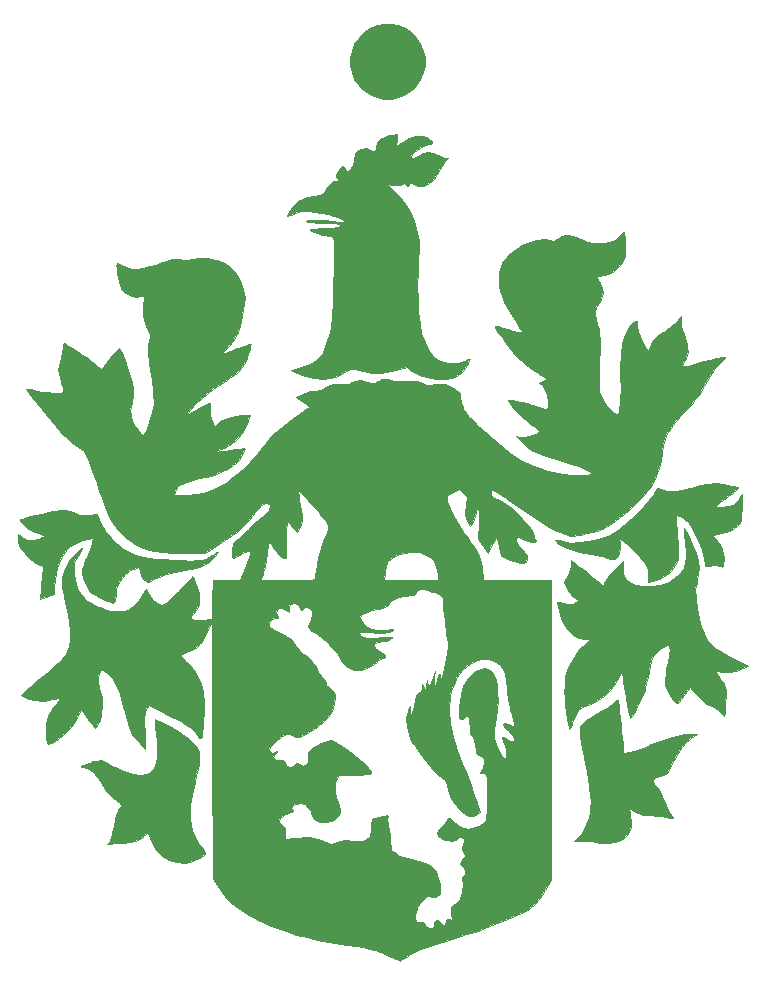
<source format=gts>
G04 #@! TF.GenerationSoftware,KiCad,Pcbnew,(5.0.1)-3*
G04 #@! TF.CreationDate,2019-01-31T21:21:51-08:00*
G04 #@! TF.ProjectId,ruddock_crest,727564646F636B5F63726573742E6B69,A*
G04 #@! TF.SameCoordinates,Original*
G04 #@! TF.FileFunction,Soldermask,Top*
G04 #@! TF.FilePolarity,Negative*
%FSLAX46Y46*%
G04 Gerber Fmt 4.6, Leading zero omitted, Abs format (unit mm)*
G04 Created by KiCad (PCBNEW (5.0.1)-3) date 1/31/2019 9:21:51 PM*
%MOMM*%
%LPD*%
G01*
G04 APERTURE LIST*
%ADD10C,0.010000*%
%ADD11C,0.100000*%
G04 APERTURE END LIST*
D10*
G04 #@! TO.C,G\002A\002A\002A*
G36*
X143023862Y-66078795D02*
X143033209Y-66198025D01*
X143001625Y-66445014D01*
X142973275Y-66591625D01*
X142928107Y-66895603D01*
X142967201Y-67037309D01*
X143105366Y-67019927D01*
X143357407Y-66846643D01*
X143522342Y-66709747D01*
X144023466Y-66382728D01*
X144558293Y-66209788D01*
X145084760Y-66195551D01*
X145560801Y-66344643D01*
X145746083Y-66465247D01*
X145950177Y-66657380D01*
X145970223Y-66785975D01*
X145804660Y-66876873D01*
X145719800Y-66900347D01*
X145412942Y-67012178D01*
X145053162Y-67193573D01*
X144700929Y-67407802D01*
X144416710Y-67618131D01*
X144261988Y-67785907D01*
X144191858Y-68009944D01*
X144267617Y-68114677D01*
X144466333Y-68093892D01*
X144765075Y-67941376D01*
X144785798Y-67927822D01*
X145242635Y-67678744D01*
X145648643Y-67594020D01*
X146065795Y-67668987D01*
X146384910Y-67807515D01*
X146713192Y-67954458D01*
X147001208Y-68050490D01*
X147132580Y-68072000D01*
X147358315Y-68072000D01*
X147150304Y-68265791D01*
X147006048Y-68443210D01*
X146804973Y-68744992D01*
X146583727Y-69115073D01*
X146516374Y-69235630D01*
X146119772Y-69841758D01*
X145705566Y-70245991D01*
X145272609Y-70448968D01*
X144819752Y-70451325D01*
X144517177Y-70347003D01*
X144272106Y-70240980D01*
X144137004Y-70228610D01*
X144042350Y-70308293D01*
X144021813Y-70335603D01*
X143914809Y-70446339D01*
X143806987Y-70404422D01*
X143731323Y-70332580D01*
X143565491Y-70225642D01*
X143450128Y-70275631D01*
X143274126Y-70336002D01*
X142937312Y-70348859D01*
X142712802Y-70335896D01*
X142087600Y-70284038D01*
X142432274Y-70545735D01*
X143025171Y-71095117D01*
X143582032Y-71797574D01*
X144072513Y-72603062D01*
X144466269Y-73461534D01*
X144732957Y-74322947D01*
X144739138Y-74350381D01*
X144814188Y-74736214D01*
X144855440Y-75100824D01*
X144865404Y-75506026D01*
X144846590Y-76013636D01*
X144822245Y-76397234D01*
X144756453Y-77671868D01*
X144736580Y-78900857D01*
X144760898Y-80059949D01*
X144827677Y-81124891D01*
X144935189Y-82071431D01*
X145081704Y-82875316D01*
X145265493Y-83512293D01*
X145343009Y-83701726D01*
X145728547Y-84399283D01*
X146172803Y-84909823D01*
X146691772Y-85244989D01*
X147301450Y-85416424D01*
X147739032Y-85445600D01*
X148282598Y-85405451D01*
X148700675Y-85276727D01*
X148769304Y-85242202D01*
X149000190Y-85129751D01*
X149134735Y-85086076D01*
X149148800Y-85093180D01*
X149106493Y-85206894D01*
X148997707Y-85441316D01*
X148899794Y-85638943D01*
X148573456Y-86140093D01*
X148185245Y-86501338D01*
X147767931Y-86693554D01*
X147698009Y-86707088D01*
X147000112Y-86791952D01*
X146423113Y-86807154D01*
X145897701Y-86754519D01*
X145897600Y-86754502D01*
X145088813Y-86554448D01*
X144426056Y-86239835D01*
X144205178Y-86086891D01*
X143857536Y-85821732D01*
X142565656Y-86093917D01*
X142027861Y-86204919D01*
X141636252Y-86275295D01*
X141338594Y-86308233D01*
X141082651Y-86306917D01*
X140816188Y-86274535D01*
X140512287Y-86219165D01*
X140098694Y-86132139D01*
X139727691Y-86041560D01*
X139475453Y-85966124D01*
X139464476Y-85961995D01*
X139272602Y-85911576D01*
X139092504Y-85943510D01*
X138853537Y-86076982D01*
X138726753Y-86162335D01*
X138211469Y-86479158D01*
X137744919Y-86667132D01*
X137244991Y-86752877D01*
X136863464Y-86766400D01*
X135871201Y-86692556D01*
X135001857Y-86468483D01*
X134569200Y-86279623D01*
X134061200Y-86021320D01*
X134416800Y-85931791D01*
X135129531Y-85736956D01*
X135682919Y-85536007D01*
X136108710Y-85297788D01*
X136438652Y-84991141D01*
X136704490Y-84584908D01*
X136937970Y-84047931D01*
X137170840Y-83349054D01*
X137222981Y-83177658D01*
X137311048Y-82860950D01*
X137379981Y-82543833D01*
X137433999Y-82189057D01*
X137477319Y-81759375D01*
X137514159Y-81217536D01*
X137548739Y-80526293D01*
X137564442Y-80162400D01*
X137594768Y-79385138D01*
X137623496Y-78554458D01*
X137648625Y-77735353D01*
X137668153Y-76992819D01*
X137679653Y-76420191D01*
X137686743Y-75788615D01*
X137679940Y-75331822D01*
X137650700Y-75021465D01*
X137590478Y-74829199D01*
X137490730Y-74726676D01*
X137342912Y-74685550D01*
X137154390Y-74677555D01*
X136934970Y-74648753D01*
X136638920Y-74575527D01*
X136313309Y-74474673D01*
X136005207Y-74362987D01*
X135761683Y-74257266D01*
X135629806Y-74174307D01*
X135636000Y-74135730D01*
X135796247Y-74109435D01*
X136110199Y-74081360D01*
X136528436Y-74055322D01*
X136884417Y-74039290D01*
X137503341Y-73999095D01*
X137923878Y-73933036D01*
X138145030Y-73841393D01*
X138165798Y-73724448D01*
X138135454Y-73687093D01*
X138009958Y-73655637D01*
X137721722Y-73624768D01*
X137311184Y-73597692D01*
X136818789Y-73577615D01*
X136719827Y-73574869D01*
X136215660Y-73556205D01*
X135784887Y-73529482D01*
X135468241Y-73498015D01*
X135306455Y-73465117D01*
X135296704Y-73459094D01*
X135307873Y-73388737D01*
X135482559Y-73337742D01*
X135781924Y-73306931D01*
X136167134Y-73297127D01*
X136599352Y-73309150D01*
X137039742Y-73343824D01*
X137449468Y-73401971D01*
X137503876Y-73412370D01*
X137983658Y-73497297D01*
X138295979Y-73525826D01*
X138468072Y-73499725D01*
X138501130Y-73477109D01*
X138498170Y-73371444D01*
X138326704Y-73244794D01*
X138019172Y-73106360D01*
X137608015Y-72965344D01*
X137125672Y-72830946D01*
X136604583Y-72712368D01*
X136077188Y-72618810D01*
X135575927Y-72559474D01*
X135207096Y-72542808D01*
X134900677Y-72584917D01*
X134517380Y-72693577D01*
X134268489Y-72790281D01*
X133707986Y-73038162D01*
X133860587Y-72663281D01*
X134179710Y-72137858D01*
X134643986Y-71731522D01*
X135215856Y-71474443D01*
X135392406Y-71432884D01*
X135965730Y-71315015D01*
X136373257Y-71206989D01*
X136651040Y-71095278D01*
X136835132Y-70966355D01*
X136929246Y-70856221D01*
X137208180Y-70468511D01*
X137418604Y-70219276D01*
X137599693Y-70079709D01*
X139337665Y-70079709D01*
X139437533Y-70095978D01*
X139569310Y-70077299D01*
X139570883Y-70042616D01*
X139434902Y-70018362D01*
X139376150Y-70034595D01*
X139337665Y-70079709D01*
X137599693Y-70079709D01*
X137603264Y-70076957D01*
X137804907Y-70009993D01*
X138066279Y-69986825D01*
X138108831Y-69985320D01*
X138385022Y-69973638D01*
X138468301Y-69960370D01*
X138368939Y-69941438D01*
X138252200Y-69928387D01*
X138000662Y-69884319D01*
X137893331Y-69790522D01*
X137871200Y-69604702D01*
X137931862Y-69370217D01*
X138080578Y-69109373D01*
X138267443Y-68891315D01*
X138442552Y-68785191D01*
X138464098Y-68783199D01*
X138562929Y-68867817D01*
X138611838Y-68986399D01*
X138710916Y-69159556D01*
X138877570Y-69152189D01*
X139122343Y-68963389D01*
X139145818Y-68940218D01*
X139311722Y-68719892D01*
X139384270Y-68445435D01*
X139395200Y-68195928D01*
X139422052Y-67841309D01*
X139520176Y-67604649D01*
X139630348Y-67480110D01*
X139961813Y-67298662D01*
X140356834Y-67282481D01*
X140716000Y-67411600D01*
X140982402Y-67535316D01*
X141140717Y-67510683D01*
X141230949Y-67316447D01*
X141267734Y-67118500D01*
X141352964Y-66800210D01*
X141484613Y-66546980D01*
X141530087Y-66496034D01*
X141703674Y-66396869D01*
X141988938Y-66287046D01*
X142324868Y-66183607D01*
X142650451Y-66103594D01*
X142904676Y-66064048D01*
X143023862Y-66078795D01*
X143023862Y-66078795D01*
G37*
X143023862Y-66078795D02*
X143033209Y-66198025D01*
X143001625Y-66445014D01*
X142973275Y-66591625D01*
X142928107Y-66895603D01*
X142967201Y-67037309D01*
X143105366Y-67019927D01*
X143357407Y-66846643D01*
X143522342Y-66709747D01*
X144023466Y-66382728D01*
X144558293Y-66209788D01*
X145084760Y-66195551D01*
X145560801Y-66344643D01*
X145746083Y-66465247D01*
X145950177Y-66657380D01*
X145970223Y-66785975D01*
X145804660Y-66876873D01*
X145719800Y-66900347D01*
X145412942Y-67012178D01*
X145053162Y-67193573D01*
X144700929Y-67407802D01*
X144416710Y-67618131D01*
X144261988Y-67785907D01*
X144191858Y-68009944D01*
X144267617Y-68114677D01*
X144466333Y-68093892D01*
X144765075Y-67941376D01*
X144785798Y-67927822D01*
X145242635Y-67678744D01*
X145648643Y-67594020D01*
X146065795Y-67668987D01*
X146384910Y-67807515D01*
X146713192Y-67954458D01*
X147001208Y-68050490D01*
X147132580Y-68072000D01*
X147358315Y-68072000D01*
X147150304Y-68265791D01*
X147006048Y-68443210D01*
X146804973Y-68744992D01*
X146583727Y-69115073D01*
X146516374Y-69235630D01*
X146119772Y-69841758D01*
X145705566Y-70245991D01*
X145272609Y-70448968D01*
X144819752Y-70451325D01*
X144517177Y-70347003D01*
X144272106Y-70240980D01*
X144137004Y-70228610D01*
X144042350Y-70308293D01*
X144021813Y-70335603D01*
X143914809Y-70446339D01*
X143806987Y-70404422D01*
X143731323Y-70332580D01*
X143565491Y-70225642D01*
X143450128Y-70275631D01*
X143274126Y-70336002D01*
X142937312Y-70348859D01*
X142712802Y-70335896D01*
X142087600Y-70284038D01*
X142432274Y-70545735D01*
X143025171Y-71095117D01*
X143582032Y-71797574D01*
X144072513Y-72603062D01*
X144466269Y-73461534D01*
X144732957Y-74322947D01*
X144739138Y-74350381D01*
X144814188Y-74736214D01*
X144855440Y-75100824D01*
X144865404Y-75506026D01*
X144846590Y-76013636D01*
X144822245Y-76397234D01*
X144756453Y-77671868D01*
X144736580Y-78900857D01*
X144760898Y-80059949D01*
X144827677Y-81124891D01*
X144935189Y-82071431D01*
X145081704Y-82875316D01*
X145265493Y-83512293D01*
X145343009Y-83701726D01*
X145728547Y-84399283D01*
X146172803Y-84909823D01*
X146691772Y-85244989D01*
X147301450Y-85416424D01*
X147739032Y-85445600D01*
X148282598Y-85405451D01*
X148700675Y-85276727D01*
X148769304Y-85242202D01*
X149000190Y-85129751D01*
X149134735Y-85086076D01*
X149148800Y-85093180D01*
X149106493Y-85206894D01*
X148997707Y-85441316D01*
X148899794Y-85638943D01*
X148573456Y-86140093D01*
X148185245Y-86501338D01*
X147767931Y-86693554D01*
X147698009Y-86707088D01*
X147000112Y-86791952D01*
X146423113Y-86807154D01*
X145897701Y-86754519D01*
X145897600Y-86754502D01*
X145088813Y-86554448D01*
X144426056Y-86239835D01*
X144205178Y-86086891D01*
X143857536Y-85821732D01*
X142565656Y-86093917D01*
X142027861Y-86204919D01*
X141636252Y-86275295D01*
X141338594Y-86308233D01*
X141082651Y-86306917D01*
X140816188Y-86274535D01*
X140512287Y-86219165D01*
X140098694Y-86132139D01*
X139727691Y-86041560D01*
X139475453Y-85966124D01*
X139464476Y-85961995D01*
X139272602Y-85911576D01*
X139092504Y-85943510D01*
X138853537Y-86076982D01*
X138726753Y-86162335D01*
X138211469Y-86479158D01*
X137744919Y-86667132D01*
X137244991Y-86752877D01*
X136863464Y-86766400D01*
X135871201Y-86692556D01*
X135001857Y-86468483D01*
X134569200Y-86279623D01*
X134061200Y-86021320D01*
X134416800Y-85931791D01*
X135129531Y-85736956D01*
X135682919Y-85536007D01*
X136108710Y-85297788D01*
X136438652Y-84991141D01*
X136704490Y-84584908D01*
X136937970Y-84047931D01*
X137170840Y-83349054D01*
X137222981Y-83177658D01*
X137311048Y-82860950D01*
X137379981Y-82543833D01*
X137433999Y-82189057D01*
X137477319Y-81759375D01*
X137514159Y-81217536D01*
X137548739Y-80526293D01*
X137564442Y-80162400D01*
X137594768Y-79385138D01*
X137623496Y-78554458D01*
X137648625Y-77735353D01*
X137668153Y-76992819D01*
X137679653Y-76420191D01*
X137686743Y-75788615D01*
X137679940Y-75331822D01*
X137650700Y-75021465D01*
X137590478Y-74829199D01*
X137490730Y-74726676D01*
X137342912Y-74685550D01*
X137154390Y-74677555D01*
X136934970Y-74648753D01*
X136638920Y-74575527D01*
X136313309Y-74474673D01*
X136005207Y-74362987D01*
X135761683Y-74257266D01*
X135629806Y-74174307D01*
X135636000Y-74135730D01*
X135796247Y-74109435D01*
X136110199Y-74081360D01*
X136528436Y-74055322D01*
X136884417Y-74039290D01*
X137503341Y-73999095D01*
X137923878Y-73933036D01*
X138145030Y-73841393D01*
X138165798Y-73724448D01*
X138135454Y-73687093D01*
X138009958Y-73655637D01*
X137721722Y-73624768D01*
X137311184Y-73597692D01*
X136818789Y-73577615D01*
X136719827Y-73574869D01*
X136215660Y-73556205D01*
X135784887Y-73529482D01*
X135468241Y-73498015D01*
X135306455Y-73465117D01*
X135296704Y-73459094D01*
X135307873Y-73388737D01*
X135482559Y-73337742D01*
X135781924Y-73306931D01*
X136167134Y-73297127D01*
X136599352Y-73309150D01*
X137039742Y-73343824D01*
X137449468Y-73401971D01*
X137503876Y-73412370D01*
X137983658Y-73497297D01*
X138295979Y-73525826D01*
X138468072Y-73499725D01*
X138501130Y-73477109D01*
X138498170Y-73371444D01*
X138326704Y-73244794D01*
X138019172Y-73106360D01*
X137608015Y-72965344D01*
X137125672Y-72830946D01*
X136604583Y-72712368D01*
X136077188Y-72618810D01*
X135575927Y-72559474D01*
X135207096Y-72542808D01*
X134900677Y-72584917D01*
X134517380Y-72693577D01*
X134268489Y-72790281D01*
X133707986Y-73038162D01*
X133860587Y-72663281D01*
X134179710Y-72137858D01*
X134643986Y-71731522D01*
X135215856Y-71474443D01*
X135392406Y-71432884D01*
X135965730Y-71315015D01*
X136373257Y-71206989D01*
X136651040Y-71095278D01*
X136835132Y-70966355D01*
X136929246Y-70856221D01*
X137208180Y-70468511D01*
X137418604Y-70219276D01*
X137599693Y-70079709D01*
X139337665Y-70079709D01*
X139437533Y-70095978D01*
X139569310Y-70077299D01*
X139570883Y-70042616D01*
X139434902Y-70018362D01*
X139376150Y-70034595D01*
X139337665Y-70079709D01*
X137599693Y-70079709D01*
X137603264Y-70076957D01*
X137804907Y-70009993D01*
X138066279Y-69986825D01*
X138108831Y-69985320D01*
X138385022Y-69973638D01*
X138468301Y-69960370D01*
X138368939Y-69941438D01*
X138252200Y-69928387D01*
X138000662Y-69884319D01*
X137893331Y-69790522D01*
X137871200Y-69604702D01*
X137931862Y-69370217D01*
X138080578Y-69109373D01*
X138267443Y-68891315D01*
X138442552Y-68785191D01*
X138464098Y-68783199D01*
X138562929Y-68867817D01*
X138611838Y-68986399D01*
X138710916Y-69159556D01*
X138877570Y-69152189D01*
X139122343Y-68963389D01*
X139145818Y-68940218D01*
X139311722Y-68719892D01*
X139384270Y-68445435D01*
X139395200Y-68195928D01*
X139422052Y-67841309D01*
X139520176Y-67604649D01*
X139630348Y-67480110D01*
X139961813Y-67298662D01*
X140356834Y-67282481D01*
X140716000Y-67411600D01*
X140982402Y-67535316D01*
X141140717Y-67510683D01*
X141230949Y-67316447D01*
X141267734Y-67118500D01*
X141352964Y-66800210D01*
X141484613Y-66546980D01*
X141530087Y-66496034D01*
X141703674Y-66396869D01*
X141988938Y-66287046D01*
X142324868Y-66183607D01*
X142650451Y-66103594D01*
X142904676Y-66064048D01*
X143023862Y-66078795D01*
G36*
X170651732Y-95692167D02*
X171388682Y-95842645D01*
X171892184Y-95975306D01*
X171884612Y-96045090D01*
X171735030Y-96194157D01*
X171473330Y-96393437D01*
X171434984Y-96419909D01*
X171043874Y-96701809D01*
X170641721Y-97014520D01*
X170383200Y-97231638D01*
X169926000Y-97637050D01*
X170484800Y-97631590D01*
X171066129Y-97587175D01*
X171494480Y-97456065D01*
X171807543Y-97221811D01*
X171984376Y-96977200D01*
X172219629Y-96570800D01*
X172190414Y-97707399D01*
X172175347Y-98204484D01*
X172153589Y-98543835D01*
X172114724Y-98770886D01*
X172048334Y-98931071D01*
X171944004Y-99069821D01*
X171856400Y-99164270D01*
X171549427Y-99446710D01*
X171224837Y-99642342D01*
X170815351Y-99784217D01*
X170407302Y-99876164D01*
X170080886Y-99947670D01*
X169852111Y-100011705D01*
X169773600Y-100051504D01*
X169835914Y-100149398D01*
X169995221Y-100344075D01*
X170119601Y-100485154D01*
X170414027Y-100938283D01*
X170606116Y-101493170D01*
X170671843Y-102064072D01*
X170644526Y-102358677D01*
X170578225Y-102603689D01*
X170486713Y-102684335D01*
X170402403Y-102668176D01*
X169862995Y-102540401D01*
X169387029Y-102593986D01*
X169372232Y-102599021D01*
X169159705Y-102659262D01*
X169075471Y-102618827D01*
X169060635Y-102483714D01*
X168997680Y-101930659D01*
X168830734Y-101275729D01*
X168581233Y-100576921D01*
X168270616Y-99892228D01*
X167920320Y-99279646D01*
X167823341Y-99136437D01*
X167649962Y-98942415D01*
X167402279Y-98724198D01*
X167129207Y-98517333D01*
X166879664Y-98357362D01*
X166702563Y-98279833D01*
X166652965Y-98285968D01*
X166640859Y-98401687D01*
X166644052Y-98685501D01*
X166661213Y-99102983D01*
X166691012Y-99619709D01*
X166721602Y-100061813D01*
X166760087Y-100655682D01*
X166785345Y-101200222D01*
X166796212Y-101653899D01*
X166791521Y-101975179D01*
X166778692Y-102097560D01*
X166579443Y-102576217D01*
X166220655Y-103031148D01*
X165745586Y-103425811D01*
X165197493Y-103723665D01*
X164668200Y-103880388D01*
X164287200Y-103946007D01*
X164287200Y-103347047D01*
X164268263Y-102958531D01*
X164192810Y-102676255D01*
X164032872Y-102405275D01*
X163994042Y-102351843D01*
X163786372Y-102100695D01*
X163498416Y-101791450D01*
X163160772Y-101452452D01*
X162804033Y-101112041D01*
X162458795Y-100798560D01*
X162155654Y-100540350D01*
X161925206Y-100365752D01*
X161798044Y-100303108D01*
X161786872Y-100307260D01*
X161789544Y-100420068D01*
X161849465Y-100642936D01*
X161861584Y-100678601D01*
X161912759Y-101090054D01*
X161822550Y-101522442D01*
X161613225Y-101885452D01*
X161547503Y-101952429D01*
X161425373Y-102048616D01*
X161301456Y-102079716D01*
X161115579Y-102043139D01*
X160807572Y-101936297D01*
X160759226Y-101918513D01*
X160343664Y-101791544D01*
X159841514Y-101674714D01*
X159410400Y-101600680D01*
X158422433Y-101434384D01*
X157626902Y-101223723D01*
X157017465Y-100966486D01*
X156587779Y-100660461D01*
X156524453Y-100594981D01*
X156415236Y-100463521D01*
X156405875Y-100400654D01*
X156522290Y-100403991D01*
X156790402Y-100471147D01*
X157052906Y-100546323D01*
X157668390Y-100646825D01*
X158403166Y-100639699D01*
X159209359Y-100532834D01*
X160039092Y-100334124D01*
X160844491Y-100051459D01*
X161290000Y-99847937D01*
X161731113Y-99576325D01*
X162253003Y-99176769D01*
X162817532Y-98686096D01*
X163386565Y-98141136D01*
X163921966Y-97578717D01*
X164385600Y-97035668D01*
X164739330Y-96548817D01*
X164789169Y-96468697D01*
X164937170Y-96223454D01*
X165033464Y-96064718D01*
X165050994Y-96036315D01*
X165147361Y-96050912D01*
X165371400Y-96118291D01*
X165503325Y-96163315D01*
X165987014Y-96282728D01*
X166509843Y-96301494D01*
X167114780Y-96216815D01*
X167844797Y-96025895D01*
X167906904Y-96006871D01*
X168687273Y-95789716D01*
X169363331Y-95665209D01*
X169997383Y-95632857D01*
X170651732Y-95692167D01*
X170651732Y-95692167D01*
G37*
X170651732Y-95692167D02*
X171388682Y-95842645D01*
X171892184Y-95975306D01*
X171884612Y-96045090D01*
X171735030Y-96194157D01*
X171473330Y-96393437D01*
X171434984Y-96419909D01*
X171043874Y-96701809D01*
X170641721Y-97014520D01*
X170383200Y-97231638D01*
X169926000Y-97637050D01*
X170484800Y-97631590D01*
X171066129Y-97587175D01*
X171494480Y-97456065D01*
X171807543Y-97221811D01*
X171984376Y-96977200D01*
X172219629Y-96570800D01*
X172190414Y-97707399D01*
X172175347Y-98204484D01*
X172153589Y-98543835D01*
X172114724Y-98770886D01*
X172048334Y-98931071D01*
X171944004Y-99069821D01*
X171856400Y-99164270D01*
X171549427Y-99446710D01*
X171224837Y-99642342D01*
X170815351Y-99784217D01*
X170407302Y-99876164D01*
X170080886Y-99947670D01*
X169852111Y-100011705D01*
X169773600Y-100051504D01*
X169835914Y-100149398D01*
X169995221Y-100344075D01*
X170119601Y-100485154D01*
X170414027Y-100938283D01*
X170606116Y-101493170D01*
X170671843Y-102064072D01*
X170644526Y-102358677D01*
X170578225Y-102603689D01*
X170486713Y-102684335D01*
X170402403Y-102668176D01*
X169862995Y-102540401D01*
X169387029Y-102593986D01*
X169372232Y-102599021D01*
X169159705Y-102659262D01*
X169075471Y-102618827D01*
X169060635Y-102483714D01*
X168997680Y-101930659D01*
X168830734Y-101275729D01*
X168581233Y-100576921D01*
X168270616Y-99892228D01*
X167920320Y-99279646D01*
X167823341Y-99136437D01*
X167649962Y-98942415D01*
X167402279Y-98724198D01*
X167129207Y-98517333D01*
X166879664Y-98357362D01*
X166702563Y-98279833D01*
X166652965Y-98285968D01*
X166640859Y-98401687D01*
X166644052Y-98685501D01*
X166661213Y-99102983D01*
X166691012Y-99619709D01*
X166721602Y-100061813D01*
X166760087Y-100655682D01*
X166785345Y-101200222D01*
X166796212Y-101653899D01*
X166791521Y-101975179D01*
X166778692Y-102097560D01*
X166579443Y-102576217D01*
X166220655Y-103031148D01*
X165745586Y-103425811D01*
X165197493Y-103723665D01*
X164668200Y-103880388D01*
X164287200Y-103946007D01*
X164287200Y-103347047D01*
X164268263Y-102958531D01*
X164192810Y-102676255D01*
X164032872Y-102405275D01*
X163994042Y-102351843D01*
X163786372Y-102100695D01*
X163498416Y-101791450D01*
X163160772Y-101452452D01*
X162804033Y-101112041D01*
X162458795Y-100798560D01*
X162155654Y-100540350D01*
X161925206Y-100365752D01*
X161798044Y-100303108D01*
X161786872Y-100307260D01*
X161789544Y-100420068D01*
X161849465Y-100642936D01*
X161861584Y-100678601D01*
X161912759Y-101090054D01*
X161822550Y-101522442D01*
X161613225Y-101885452D01*
X161547503Y-101952429D01*
X161425373Y-102048616D01*
X161301456Y-102079716D01*
X161115579Y-102043139D01*
X160807572Y-101936297D01*
X160759226Y-101918513D01*
X160343664Y-101791544D01*
X159841514Y-101674714D01*
X159410400Y-101600680D01*
X158422433Y-101434384D01*
X157626902Y-101223723D01*
X157017465Y-100966486D01*
X156587779Y-100660461D01*
X156524453Y-100594981D01*
X156415236Y-100463521D01*
X156405875Y-100400654D01*
X156522290Y-100403991D01*
X156790402Y-100471147D01*
X157052906Y-100546323D01*
X157668390Y-100646825D01*
X158403166Y-100639699D01*
X159209359Y-100532834D01*
X160039092Y-100334124D01*
X160844491Y-100051459D01*
X161290000Y-99847937D01*
X161731113Y-99576325D01*
X162253003Y-99176769D01*
X162817532Y-98686096D01*
X163386565Y-98141136D01*
X163921966Y-97578717D01*
X164385600Y-97035668D01*
X164739330Y-96548817D01*
X164789169Y-96468697D01*
X164937170Y-96223454D01*
X165033464Y-96064718D01*
X165050994Y-96036315D01*
X165147361Y-96050912D01*
X165371400Y-96118291D01*
X165503325Y-96163315D01*
X165987014Y-96282728D01*
X166509843Y-96301494D01*
X167114780Y-96216815D01*
X167844797Y-96025895D01*
X167906904Y-96006871D01*
X168687273Y-95789716D01*
X169363331Y-95665209D01*
X169997383Y-95632857D01*
X170651732Y-95692167D01*
G36*
X115274910Y-97948425D02*
X115582228Y-98044655D01*
X115904989Y-98196260D01*
X116153385Y-98292653D01*
X116442381Y-98327254D01*
X116845109Y-98307548D01*
X116920989Y-98300257D01*
X117602000Y-98232054D01*
X117884202Y-98874627D01*
X118381906Y-99779066D01*
X119019252Y-100537674D01*
X119803523Y-101157809D01*
X120539033Y-101557980D01*
X120854142Y-101689869D01*
X121181195Y-101796058D01*
X121552363Y-101881641D01*
X121999817Y-101951713D01*
X122555730Y-102011367D01*
X123252273Y-102065698D01*
X124067128Y-102116650D01*
X124892215Y-102158211D01*
X125547056Y-102173319D01*
X126063369Y-102157933D01*
X126472868Y-102108010D01*
X126807269Y-102019508D01*
X127098288Y-101888385D01*
X127377640Y-101710597D01*
X127404523Y-101691279D01*
X127636836Y-101532972D01*
X127784720Y-101451375D01*
X127812800Y-101451315D01*
X127748562Y-101548160D01*
X127580230Y-101748175D01*
X127346510Y-102005606D01*
X127075756Y-102268124D01*
X126794039Y-102470442D01*
X126459462Y-102630291D01*
X126030127Y-102765402D01*
X125464137Y-102893506D01*
X125069600Y-102969214D01*
X124195951Y-103149458D01*
X123438955Y-103344328D01*
X122825137Y-103545913D01*
X122381024Y-103746300D01*
X122299217Y-103795544D01*
X122026456Y-103947691D01*
X121836577Y-103978700D01*
X121716069Y-103936409D01*
X121486912Y-103722916D01*
X121303443Y-103394486D01*
X121211982Y-103039383D01*
X121208800Y-102969798D01*
X121183726Y-102782647D01*
X121072597Y-102749726D01*
X120980200Y-102772854D01*
X120417793Y-103004329D01*
X119985997Y-103336748D01*
X119751917Y-103618063D01*
X119498023Y-103988171D01*
X119341886Y-104284902D01*
X119251742Y-104591453D01*
X119195829Y-104991020D01*
X119184529Y-105104227D01*
X119128752Y-105486027D01*
X119048309Y-105688999D01*
X118973600Y-105737277D01*
X118811840Y-105711068D01*
X118522036Y-105619532D01*
X118161255Y-105481152D01*
X118087668Y-105450357D01*
X117610171Y-105213601D01*
X117225159Y-104956753D01*
X117056683Y-104800234D01*
X116835390Y-104480442D01*
X116622189Y-104060714D01*
X116448686Y-103616578D01*
X116346486Y-103223564D01*
X116332000Y-103068452D01*
X116370979Y-102870196D01*
X116475867Y-102540384D01*
X116628591Y-102132491D01*
X116738265Y-101866436D01*
X116919655Y-101424689D01*
X117074166Y-101016854D01*
X117180067Y-100701858D01*
X117210458Y-100585908D01*
X117276385Y-100256273D01*
X116829592Y-100325990D01*
X116322761Y-100457217D01*
X115807261Y-100677361D01*
X115355585Y-100950038D01*
X115060483Y-101213930D01*
X114594799Y-101918654D01*
X114252352Y-102773277D01*
X114038318Y-103762312D01*
X113970187Y-104475994D01*
X113944400Y-104964388D01*
X112773036Y-105439320D01*
X112832382Y-104611860D01*
X112873695Y-104143185D01*
X112927045Y-103682111D01*
X112981513Y-103321940D01*
X112986264Y-103296799D01*
X113051152Y-102945689D01*
X113062745Y-102741173D01*
X113003645Y-102629841D01*
X112856452Y-102558282D01*
X112732136Y-102516689D01*
X112256177Y-102276997D01*
X111750206Y-101872939D01*
X111306503Y-101401232D01*
X111085958Y-101105868D01*
X110978897Y-100848113D01*
X110947674Y-100529745D01*
X110947200Y-100463755D01*
X110947200Y-99956336D01*
X111259795Y-100219368D01*
X111658817Y-100435091D01*
X112127574Y-100465684D01*
X112672987Y-100311360D01*
X112776000Y-100265743D01*
X113233200Y-100053549D01*
X112719990Y-99874625D01*
X112355158Y-99737137D01*
X112016188Y-99592868D01*
X111893892Y-99533899D01*
X111682434Y-99391806D01*
X111450626Y-99189402D01*
X111243375Y-98973452D01*
X111105584Y-98790722D01*
X111081894Y-98688239D01*
X111221644Y-98624151D01*
X111518522Y-98532611D01*
X111929956Y-98423717D01*
X112413373Y-98307566D01*
X112926200Y-98194256D01*
X113425866Y-98093886D01*
X113869798Y-98016552D01*
X113986917Y-97999189D01*
X114536275Y-97931756D01*
X114945932Y-97912813D01*
X115274910Y-97948425D01*
X115274910Y-97948425D01*
G37*
X115274910Y-97948425D02*
X115582228Y-98044655D01*
X115904989Y-98196260D01*
X116153385Y-98292653D01*
X116442381Y-98327254D01*
X116845109Y-98307548D01*
X116920989Y-98300257D01*
X117602000Y-98232054D01*
X117884202Y-98874627D01*
X118381906Y-99779066D01*
X119019252Y-100537674D01*
X119803523Y-101157809D01*
X120539033Y-101557980D01*
X120854142Y-101689869D01*
X121181195Y-101796058D01*
X121552363Y-101881641D01*
X121999817Y-101951713D01*
X122555730Y-102011367D01*
X123252273Y-102065698D01*
X124067128Y-102116650D01*
X124892215Y-102158211D01*
X125547056Y-102173319D01*
X126063369Y-102157933D01*
X126472868Y-102108010D01*
X126807269Y-102019508D01*
X127098288Y-101888385D01*
X127377640Y-101710597D01*
X127404523Y-101691279D01*
X127636836Y-101532972D01*
X127784720Y-101451375D01*
X127812800Y-101451315D01*
X127748562Y-101548160D01*
X127580230Y-101748175D01*
X127346510Y-102005606D01*
X127075756Y-102268124D01*
X126794039Y-102470442D01*
X126459462Y-102630291D01*
X126030127Y-102765402D01*
X125464137Y-102893506D01*
X125069600Y-102969214D01*
X124195951Y-103149458D01*
X123438955Y-103344328D01*
X122825137Y-103545913D01*
X122381024Y-103746300D01*
X122299217Y-103795544D01*
X122026456Y-103947691D01*
X121836577Y-103978700D01*
X121716069Y-103936409D01*
X121486912Y-103722916D01*
X121303443Y-103394486D01*
X121211982Y-103039383D01*
X121208800Y-102969798D01*
X121183726Y-102782647D01*
X121072597Y-102749726D01*
X120980200Y-102772854D01*
X120417793Y-103004329D01*
X119985997Y-103336748D01*
X119751917Y-103618063D01*
X119498023Y-103988171D01*
X119341886Y-104284902D01*
X119251742Y-104591453D01*
X119195829Y-104991020D01*
X119184529Y-105104227D01*
X119128752Y-105486027D01*
X119048309Y-105688999D01*
X118973600Y-105737277D01*
X118811840Y-105711068D01*
X118522036Y-105619532D01*
X118161255Y-105481152D01*
X118087668Y-105450357D01*
X117610171Y-105213601D01*
X117225159Y-104956753D01*
X117056683Y-104800234D01*
X116835390Y-104480442D01*
X116622189Y-104060714D01*
X116448686Y-103616578D01*
X116346486Y-103223564D01*
X116332000Y-103068452D01*
X116370979Y-102870196D01*
X116475867Y-102540384D01*
X116628591Y-102132491D01*
X116738265Y-101866436D01*
X116919655Y-101424689D01*
X117074166Y-101016854D01*
X117180067Y-100701858D01*
X117210458Y-100585908D01*
X117276385Y-100256273D01*
X116829592Y-100325990D01*
X116322761Y-100457217D01*
X115807261Y-100677361D01*
X115355585Y-100950038D01*
X115060483Y-101213930D01*
X114594799Y-101918654D01*
X114252352Y-102773277D01*
X114038318Y-103762312D01*
X113970187Y-104475994D01*
X113944400Y-104964388D01*
X112773036Y-105439320D01*
X112832382Y-104611860D01*
X112873695Y-104143185D01*
X112927045Y-103682111D01*
X112981513Y-103321940D01*
X112986264Y-103296799D01*
X113051152Y-102945689D01*
X113062745Y-102741173D01*
X113003645Y-102629841D01*
X112856452Y-102558282D01*
X112732136Y-102516689D01*
X112256177Y-102276997D01*
X111750206Y-101872939D01*
X111306503Y-101401232D01*
X111085958Y-101105868D01*
X110978897Y-100848113D01*
X110947674Y-100529745D01*
X110947200Y-100463755D01*
X110947200Y-99956336D01*
X111259795Y-100219368D01*
X111658817Y-100435091D01*
X112127574Y-100465684D01*
X112672987Y-100311360D01*
X112776000Y-100265743D01*
X113233200Y-100053549D01*
X112719990Y-99874625D01*
X112355158Y-99737137D01*
X112016188Y-99592868D01*
X111893892Y-99533899D01*
X111682434Y-99391806D01*
X111450626Y-99189402D01*
X111243375Y-98973452D01*
X111105584Y-98790722D01*
X111081894Y-98688239D01*
X111221644Y-98624151D01*
X111518522Y-98532611D01*
X111929956Y-98423717D01*
X112413373Y-98307566D01*
X112926200Y-98194256D01*
X113425866Y-98093886D01*
X113869798Y-98016552D01*
X113986917Y-97999189D01*
X114536275Y-97931756D01*
X114945932Y-97912813D01*
X115274910Y-97948425D01*
G36*
X167344545Y-99444637D02*
X167462288Y-99650360D01*
X167621449Y-99964299D01*
X167803660Y-100346780D01*
X167990551Y-100758125D01*
X168163754Y-101158658D01*
X168304901Y-101508705D01*
X168395623Y-101768588D01*
X168405304Y-101803200D01*
X168507120Y-102277133D01*
X168543978Y-102722399D01*
X168515150Y-103206259D01*
X168419913Y-103795973D01*
X168381750Y-103986778D01*
X168313137Y-104334513D01*
X168272956Y-104612455D01*
X168262612Y-104873066D01*
X168283510Y-105168808D01*
X168337056Y-105552144D01*
X168424654Y-106075536D01*
X168440102Y-106165212D01*
X168610316Y-107058922D01*
X168783973Y-107773082D01*
X168968411Y-108331304D01*
X169170971Y-108757201D01*
X169311550Y-108968672D01*
X169569543Y-109241870D01*
X169956204Y-109546446D01*
X170488506Y-109893826D01*
X171183420Y-110295437D01*
X171687739Y-110568386D01*
X172732821Y-111123206D01*
X172345410Y-111277175D01*
X171682089Y-111494885D01*
X171077507Y-111604537D01*
X170575479Y-111599395D01*
X170437101Y-111570621D01*
X170176482Y-111512660D01*
X170010590Y-111501814D01*
X169989729Y-111510003D01*
X170010959Y-111614910D01*
X170125878Y-111811962D01*
X170161817Y-111862849D01*
X170383808Y-112167352D01*
X170609460Y-112477042D01*
X170611800Y-112480253D01*
X170725151Y-112662652D01*
X170792598Y-112863856D01*
X170824326Y-113140269D01*
X170830522Y-113548295D01*
X170829193Y-113684068D01*
X170815709Y-114143050D01*
X170789851Y-114571692D01*
X170756554Y-114893914D01*
X170746858Y-114953178D01*
X170675729Y-115332328D01*
X170178217Y-114866964D01*
X169825496Y-114577086D01*
X169538790Y-114422014D01*
X169430606Y-114401600D01*
X169173114Y-114315745D01*
X168892980Y-114083415D01*
X168882003Y-114071400D01*
X168636121Y-113799379D01*
X168340932Y-113472765D01*
X168186000Y-113301324D01*
X167788502Y-112861449D01*
X167294336Y-113584686D01*
X167059590Y-113906586D01*
X166856830Y-114145501D01*
X166718475Y-114264723D01*
X166688519Y-114270706D01*
X166580559Y-114173681D01*
X166398022Y-113951612D01*
X166177513Y-113649537D01*
X166143234Y-113599830D01*
X165917981Y-113256628D01*
X165788278Y-112997677D01*
X165728277Y-112744276D01*
X165712126Y-112417727D01*
X165711991Y-112286885D01*
X165742424Y-111825454D01*
X165819446Y-111293615D01*
X165915191Y-110852471D01*
X166063412Y-110190985D01*
X166109784Y-109703422D01*
X166054449Y-109387956D01*
X166032385Y-109347222D01*
X165905858Y-109316917D01*
X165678949Y-109401953D01*
X165395291Y-109574315D01*
X165098513Y-109805987D01*
X164832248Y-110068956D01*
X164747312Y-110172350D01*
X164600886Y-110402361D01*
X164491343Y-110681204D01*
X164402140Y-111062231D01*
X164326640Y-111529236D01*
X164238719Y-112044447D01*
X164127173Y-112564573D01*
X164011322Y-113002893D01*
X163969617Y-113131600D01*
X163841927Y-113452482D01*
X163662014Y-113850255D01*
X163452363Y-114281321D01*
X163235459Y-114702085D01*
X163033787Y-115068950D01*
X162869833Y-115338320D01*
X162766081Y-115466598D01*
X162764949Y-115467318D01*
X162709751Y-115401451D01*
X162641498Y-115179345D01*
X162573531Y-114846237D01*
X162563134Y-114782892D01*
X162496477Y-114368044D01*
X162409159Y-113831891D01*
X162314103Y-113253530D01*
X162249105Y-112861240D01*
X162171714Y-112390464D01*
X162108140Y-111993122D01*
X162065119Y-111712049D01*
X162049403Y-111591240D01*
X162008460Y-111631245D01*
X161903041Y-111816301D01*
X161755103Y-112107559D01*
X161739932Y-112138730D01*
X161408169Y-112699612D01*
X160987339Y-113227814D01*
X160520426Y-113679720D01*
X160050413Y-114011713D01*
X159766000Y-114141736D01*
X159152583Y-114369508D01*
X158700916Y-114597427D01*
X158372574Y-114860578D01*
X158129130Y-115194041D01*
X157932160Y-115632897D01*
X157839942Y-115900200D01*
X157729464Y-116228298D01*
X157658253Y-116388307D01*
X157606881Y-116406674D01*
X157555917Y-116309845D01*
X157550064Y-116294765D01*
X157466564Y-115986001D01*
X157385211Y-115525260D01*
X157311399Y-114963738D01*
X157250520Y-114352631D01*
X157207968Y-113743137D01*
X157189136Y-113186452D01*
X157191664Y-112892617D01*
X157210917Y-112395726D01*
X157242857Y-112034200D01*
X157303812Y-111740238D01*
X157410110Y-111446036D01*
X157578081Y-111083794D01*
X157674415Y-110888043D01*
X158046379Y-110221558D01*
X158450629Y-109681082D01*
X158718404Y-109397800D01*
X159313977Y-108813600D01*
X158891580Y-108813600D01*
X158365374Y-108715964D01*
X157871636Y-108437935D01*
X157428749Y-108001832D01*
X157055091Y-107429973D01*
X156769043Y-106744676D01*
X156598394Y-106029089D01*
X156565899Y-105777215D01*
X156596359Y-105678015D01*
X156715707Y-105684364D01*
X156778670Y-105701491D01*
X157399480Y-105830172D01*
X157873466Y-105822389D01*
X158189090Y-105686138D01*
X158440312Y-105482710D01*
X158074337Y-105329796D01*
X157827402Y-105186475D01*
X157626164Y-104958428D01*
X157423260Y-104594156D01*
X157138159Y-104011430D01*
X157476061Y-103385298D01*
X157678913Y-102963199D01*
X157767300Y-102645901D01*
X157766178Y-102433582D01*
X157742678Y-102211784D01*
X157749621Y-102108888D01*
X157751975Y-102108000D01*
X157837432Y-102169373D01*
X158052512Y-102339190D01*
X158370581Y-102595994D01*
X158765003Y-102918330D01*
X159076297Y-103174800D01*
X159511536Y-103531211D01*
X159892703Y-103837076D01*
X160192289Y-104070819D01*
X160382787Y-104210867D01*
X160436504Y-104241600D01*
X160510648Y-104155972D01*
X160567464Y-103996591D01*
X160662627Y-103824374D01*
X160870807Y-103553538D01*
X161158106Y-103225838D01*
X161391278Y-102981804D01*
X162153600Y-102212026D01*
X162153600Y-102881250D01*
X162161948Y-103253778D01*
X162202001Y-103492322D01*
X162296271Y-103665889D01*
X162467269Y-103843485D01*
X162467606Y-103843800D01*
X162799950Y-104084216D01*
X163209802Y-104239864D01*
X163733354Y-104318903D01*
X164406794Y-104329495D01*
X164592000Y-104322878D01*
X165194957Y-104277517D01*
X165657386Y-104185589D01*
X166040711Y-104023036D01*
X166406352Y-103765800D01*
X166708348Y-103493951D01*
X167039228Y-103142296D01*
X167272626Y-102793344D01*
X167417593Y-102408294D01*
X167483177Y-101948344D01*
X167478427Y-101374695D01*
X167412393Y-100648544D01*
X167398856Y-100533200D01*
X167346960Y-100082056D01*
X167308474Y-99712698D01*
X167287505Y-99467072D01*
X167286590Y-99386806D01*
X167344545Y-99444637D01*
X167344545Y-99444637D01*
G37*
X167344545Y-99444637D02*
X167462288Y-99650360D01*
X167621449Y-99964299D01*
X167803660Y-100346780D01*
X167990551Y-100758125D01*
X168163754Y-101158658D01*
X168304901Y-101508705D01*
X168395623Y-101768588D01*
X168405304Y-101803200D01*
X168507120Y-102277133D01*
X168543978Y-102722399D01*
X168515150Y-103206259D01*
X168419913Y-103795973D01*
X168381750Y-103986778D01*
X168313137Y-104334513D01*
X168272956Y-104612455D01*
X168262612Y-104873066D01*
X168283510Y-105168808D01*
X168337056Y-105552144D01*
X168424654Y-106075536D01*
X168440102Y-106165212D01*
X168610316Y-107058922D01*
X168783973Y-107773082D01*
X168968411Y-108331304D01*
X169170971Y-108757201D01*
X169311550Y-108968672D01*
X169569543Y-109241870D01*
X169956204Y-109546446D01*
X170488506Y-109893826D01*
X171183420Y-110295437D01*
X171687739Y-110568386D01*
X172732821Y-111123206D01*
X172345410Y-111277175D01*
X171682089Y-111494885D01*
X171077507Y-111604537D01*
X170575479Y-111599395D01*
X170437101Y-111570621D01*
X170176482Y-111512660D01*
X170010590Y-111501814D01*
X169989729Y-111510003D01*
X170010959Y-111614910D01*
X170125878Y-111811962D01*
X170161817Y-111862849D01*
X170383808Y-112167352D01*
X170609460Y-112477042D01*
X170611800Y-112480253D01*
X170725151Y-112662652D01*
X170792598Y-112863856D01*
X170824326Y-113140269D01*
X170830522Y-113548295D01*
X170829193Y-113684068D01*
X170815709Y-114143050D01*
X170789851Y-114571692D01*
X170756554Y-114893914D01*
X170746858Y-114953178D01*
X170675729Y-115332328D01*
X170178217Y-114866964D01*
X169825496Y-114577086D01*
X169538790Y-114422014D01*
X169430606Y-114401600D01*
X169173114Y-114315745D01*
X168892980Y-114083415D01*
X168882003Y-114071400D01*
X168636121Y-113799379D01*
X168340932Y-113472765D01*
X168186000Y-113301324D01*
X167788502Y-112861449D01*
X167294336Y-113584686D01*
X167059590Y-113906586D01*
X166856830Y-114145501D01*
X166718475Y-114264723D01*
X166688519Y-114270706D01*
X166580559Y-114173681D01*
X166398022Y-113951612D01*
X166177513Y-113649537D01*
X166143234Y-113599830D01*
X165917981Y-113256628D01*
X165788278Y-112997677D01*
X165728277Y-112744276D01*
X165712126Y-112417727D01*
X165711991Y-112286885D01*
X165742424Y-111825454D01*
X165819446Y-111293615D01*
X165915191Y-110852471D01*
X166063412Y-110190985D01*
X166109784Y-109703422D01*
X166054449Y-109387956D01*
X166032385Y-109347222D01*
X165905858Y-109316917D01*
X165678949Y-109401953D01*
X165395291Y-109574315D01*
X165098513Y-109805987D01*
X164832248Y-110068956D01*
X164747312Y-110172350D01*
X164600886Y-110402361D01*
X164491343Y-110681204D01*
X164402140Y-111062231D01*
X164326640Y-111529236D01*
X164238719Y-112044447D01*
X164127173Y-112564573D01*
X164011322Y-113002893D01*
X163969617Y-113131600D01*
X163841927Y-113452482D01*
X163662014Y-113850255D01*
X163452363Y-114281321D01*
X163235459Y-114702085D01*
X163033787Y-115068950D01*
X162869833Y-115338320D01*
X162766081Y-115466598D01*
X162764949Y-115467318D01*
X162709751Y-115401451D01*
X162641498Y-115179345D01*
X162573531Y-114846237D01*
X162563134Y-114782892D01*
X162496477Y-114368044D01*
X162409159Y-113831891D01*
X162314103Y-113253530D01*
X162249105Y-112861240D01*
X162171714Y-112390464D01*
X162108140Y-111993122D01*
X162065119Y-111712049D01*
X162049403Y-111591240D01*
X162008460Y-111631245D01*
X161903041Y-111816301D01*
X161755103Y-112107559D01*
X161739932Y-112138730D01*
X161408169Y-112699612D01*
X160987339Y-113227814D01*
X160520426Y-113679720D01*
X160050413Y-114011713D01*
X159766000Y-114141736D01*
X159152583Y-114369508D01*
X158700916Y-114597427D01*
X158372574Y-114860578D01*
X158129130Y-115194041D01*
X157932160Y-115632897D01*
X157839942Y-115900200D01*
X157729464Y-116228298D01*
X157658253Y-116388307D01*
X157606881Y-116406674D01*
X157555917Y-116309845D01*
X157550064Y-116294765D01*
X157466564Y-115986001D01*
X157385211Y-115525260D01*
X157311399Y-114963738D01*
X157250520Y-114352631D01*
X157207968Y-113743137D01*
X157189136Y-113186452D01*
X157191664Y-112892617D01*
X157210917Y-112395726D01*
X157242857Y-112034200D01*
X157303812Y-111740238D01*
X157410110Y-111446036D01*
X157578081Y-111083794D01*
X157674415Y-110888043D01*
X158046379Y-110221558D01*
X158450629Y-109681082D01*
X158718404Y-109397800D01*
X159313977Y-108813600D01*
X158891580Y-108813600D01*
X158365374Y-108715964D01*
X157871636Y-108437935D01*
X157428749Y-108001832D01*
X157055091Y-107429973D01*
X156769043Y-106744676D01*
X156598394Y-106029089D01*
X156565899Y-105777215D01*
X156596359Y-105678015D01*
X156715707Y-105684364D01*
X156778670Y-105701491D01*
X157399480Y-105830172D01*
X157873466Y-105822389D01*
X158189090Y-105686138D01*
X158440312Y-105482710D01*
X158074337Y-105329796D01*
X157827402Y-105186475D01*
X157626164Y-104958428D01*
X157423260Y-104594156D01*
X157138159Y-104011430D01*
X157476061Y-103385298D01*
X157678913Y-102963199D01*
X157767300Y-102645901D01*
X157766178Y-102433582D01*
X157742678Y-102211784D01*
X157749621Y-102108888D01*
X157751975Y-102108000D01*
X157837432Y-102169373D01*
X158052512Y-102339190D01*
X158370581Y-102595994D01*
X158765003Y-102918330D01*
X159076297Y-103174800D01*
X159511536Y-103531211D01*
X159892703Y-103837076D01*
X160192289Y-104070819D01*
X160382787Y-104210867D01*
X160436504Y-104241600D01*
X160510648Y-104155972D01*
X160567464Y-103996591D01*
X160662627Y-103824374D01*
X160870807Y-103553538D01*
X161158106Y-103225838D01*
X161391278Y-102981804D01*
X162153600Y-102212026D01*
X162153600Y-102881250D01*
X162161948Y-103253778D01*
X162202001Y-103492322D01*
X162296271Y-103665889D01*
X162467269Y-103843485D01*
X162467606Y-103843800D01*
X162799950Y-104084216D01*
X163209802Y-104239864D01*
X163733354Y-104318903D01*
X164406794Y-104329495D01*
X164592000Y-104322878D01*
X165194957Y-104277517D01*
X165657386Y-104185589D01*
X166040711Y-104023036D01*
X166406352Y-103765800D01*
X166708348Y-103493951D01*
X167039228Y-103142296D01*
X167272626Y-102793344D01*
X167417593Y-102408294D01*
X167483177Y-101948344D01*
X167478427Y-101374695D01*
X167412393Y-100648544D01*
X167398856Y-100533200D01*
X167346960Y-100082056D01*
X167308474Y-99712698D01*
X167287505Y-99467072D01*
X167286590Y-99386806D01*
X167344545Y-99444637D01*
G36*
X161747273Y-113987215D02*
X161757168Y-114177420D01*
X161784330Y-114517515D01*
X161825117Y-114971892D01*
X161875885Y-115504941D01*
X161932992Y-116081053D01*
X161992796Y-116664619D01*
X162051653Y-117220029D01*
X162105920Y-117711675D01*
X162151955Y-118103947D01*
X162186115Y-118361236D01*
X162203594Y-118447860D01*
X162352839Y-118470567D01*
X162650548Y-118420455D01*
X163060116Y-118308610D01*
X163544940Y-118146118D01*
X164068414Y-117944063D01*
X164529626Y-117743416D01*
X165266532Y-117438134D01*
X166025381Y-117184574D01*
X166757731Y-116995119D01*
X167415143Y-116882151D01*
X167949177Y-116858052D01*
X167984410Y-116860282D01*
X168400755Y-116890800D01*
X167876626Y-117226041D01*
X167378368Y-117648504D01*
X166895737Y-118265482D01*
X166434871Y-119068511D01*
X166235373Y-119490205D01*
X166071903Y-119840558D01*
X165932209Y-120059271D01*
X165759763Y-120201366D01*
X165498036Y-120321860D01*
X165305711Y-120395060D01*
X164974607Y-120536444D01*
X164726594Y-120675081D01*
X164619766Y-120774988D01*
X164656628Y-120926187D01*
X164819116Y-121162744D01*
X164989549Y-121352181D01*
X165280060Y-121700433D01*
X165486908Y-122093593D01*
X165621739Y-122487648D01*
X165774152Y-122909224D01*
X165965920Y-123311180D01*
X166135028Y-123577734D01*
X166304565Y-123809370D01*
X166396087Y-123968442D01*
X166400874Y-124005792D01*
X166289034Y-124003820D01*
X166042220Y-123956680D01*
X165806475Y-123898663D01*
X165407304Y-123821666D01*
X164918960Y-123767866D01*
X164502767Y-123750005D01*
X164072254Y-123737159D01*
X163755793Y-123685836D01*
X163464931Y-123574362D01*
X163195327Y-123429655D01*
X162637520Y-123110510D01*
X162696461Y-123505855D01*
X162755272Y-123882573D01*
X162816937Y-124253210D01*
X162819650Y-124268779D01*
X162800572Y-124710844D01*
X162611354Y-125177637D01*
X162370187Y-125511801D01*
X161982419Y-125809058D01*
X161450650Y-126004004D01*
X160810488Y-126089363D01*
X160097541Y-126057856D01*
X159867600Y-126023272D01*
X159396690Y-125955405D01*
X158901840Y-125906886D01*
X158568664Y-125890426D01*
X157980929Y-125882400D01*
X158346050Y-125561819D01*
X158683128Y-125199366D01*
X158951572Y-124747344D01*
X159178549Y-124156636D01*
X159245118Y-123936363D01*
X159338875Y-123536485D01*
X159391693Y-123108391D01*
X159401785Y-122624613D01*
X159367366Y-122057683D01*
X159286648Y-121380131D01*
X159157846Y-120564490D01*
X158979173Y-119583291D01*
X158953200Y-119447401D01*
X158823352Y-118755619D01*
X158707835Y-118110743D01*
X158612173Y-117546042D01*
X158541889Y-117094780D01*
X158502506Y-116790225D01*
X158496000Y-116693815D01*
X158523455Y-116354665D01*
X158623918Y-116076452D01*
X158824539Y-115828887D01*
X159152464Y-115581679D01*
X159634841Y-115304538D01*
X159834562Y-115200314D01*
X160305319Y-114940607D01*
X160756586Y-114660504D01*
X161127477Y-114399367D01*
X161307351Y-114248280D01*
X161572354Y-114016777D01*
X161717851Y-113944006D01*
X161747273Y-113987215D01*
X161747273Y-113987215D01*
G37*
X161747273Y-113987215D02*
X161757168Y-114177420D01*
X161784330Y-114517515D01*
X161825117Y-114971892D01*
X161875885Y-115504941D01*
X161932992Y-116081053D01*
X161992796Y-116664619D01*
X162051653Y-117220029D01*
X162105920Y-117711675D01*
X162151955Y-118103947D01*
X162186115Y-118361236D01*
X162203594Y-118447860D01*
X162352839Y-118470567D01*
X162650548Y-118420455D01*
X163060116Y-118308610D01*
X163544940Y-118146118D01*
X164068414Y-117944063D01*
X164529626Y-117743416D01*
X165266532Y-117438134D01*
X166025381Y-117184574D01*
X166757731Y-116995119D01*
X167415143Y-116882151D01*
X167949177Y-116858052D01*
X167984410Y-116860282D01*
X168400755Y-116890800D01*
X167876626Y-117226041D01*
X167378368Y-117648504D01*
X166895737Y-118265482D01*
X166434871Y-119068511D01*
X166235373Y-119490205D01*
X166071903Y-119840558D01*
X165932209Y-120059271D01*
X165759763Y-120201366D01*
X165498036Y-120321860D01*
X165305711Y-120395060D01*
X164974607Y-120536444D01*
X164726594Y-120675081D01*
X164619766Y-120774988D01*
X164656628Y-120926187D01*
X164819116Y-121162744D01*
X164989549Y-121352181D01*
X165280060Y-121700433D01*
X165486908Y-122093593D01*
X165621739Y-122487648D01*
X165774152Y-122909224D01*
X165965920Y-123311180D01*
X166135028Y-123577734D01*
X166304565Y-123809370D01*
X166396087Y-123968442D01*
X166400874Y-124005792D01*
X166289034Y-124003820D01*
X166042220Y-123956680D01*
X165806475Y-123898663D01*
X165407304Y-123821666D01*
X164918960Y-123767866D01*
X164502767Y-123750005D01*
X164072254Y-123737159D01*
X163755793Y-123685836D01*
X163464931Y-123574362D01*
X163195327Y-123429655D01*
X162637520Y-123110510D01*
X162696461Y-123505855D01*
X162755272Y-123882573D01*
X162816937Y-124253210D01*
X162819650Y-124268779D01*
X162800572Y-124710844D01*
X162611354Y-125177637D01*
X162370187Y-125511801D01*
X161982419Y-125809058D01*
X161450650Y-126004004D01*
X160810488Y-126089363D01*
X160097541Y-126057856D01*
X159867600Y-126023272D01*
X159396690Y-125955405D01*
X158901840Y-125906886D01*
X158568664Y-125890426D01*
X157980929Y-125882400D01*
X158346050Y-125561819D01*
X158683128Y-125199366D01*
X158951572Y-124747344D01*
X159178549Y-124156636D01*
X159245118Y-123936363D01*
X159338875Y-123536485D01*
X159391693Y-123108391D01*
X159401785Y-122624613D01*
X159367366Y-122057683D01*
X159286648Y-121380131D01*
X159157846Y-120564490D01*
X158979173Y-119583291D01*
X158953200Y-119447401D01*
X158823352Y-118755619D01*
X158707835Y-118110743D01*
X158612173Y-117546042D01*
X158541889Y-117094780D01*
X158502506Y-116790225D01*
X158496000Y-116693815D01*
X158523455Y-116354665D01*
X158623918Y-116076452D01*
X158824539Y-115828887D01*
X159152464Y-115581679D01*
X159634841Y-115304538D01*
X159834562Y-115200314D01*
X160305319Y-114940607D01*
X160756586Y-114660504D01*
X161127477Y-114399367D01*
X161307351Y-114248280D01*
X161572354Y-114016777D01*
X161717851Y-113944006D01*
X161747273Y-113987215D01*
G36*
X122605378Y-115641177D02*
X122854908Y-115743430D01*
X123203189Y-115911270D01*
X123612779Y-116124713D01*
X124046234Y-116363776D01*
X124466114Y-116608478D01*
X124834975Y-116838835D01*
X125068090Y-116999306D01*
X125427269Y-117292551D01*
X125766081Y-117617231D01*
X125992826Y-117879944D01*
X126164633Y-118131624D01*
X126253058Y-118339097D01*
X126277179Y-118582438D01*
X126256073Y-118941725D01*
X126253368Y-118973600D01*
X126210335Y-119305859D01*
X126129265Y-119782790D01*
X126020041Y-120351594D01*
X125892546Y-120959475D01*
X125825484Y-121259600D01*
X125681569Y-121906061D01*
X125582169Y-122405819D01*
X125520989Y-122808912D01*
X125491732Y-123165380D01*
X125488100Y-123525264D01*
X125499468Y-123850400D01*
X125560892Y-124536733D01*
X125690523Y-125099407D01*
X125915507Y-125613770D01*
X126262993Y-126155171D01*
X126393578Y-126332001D01*
X126628310Y-126665844D01*
X126723917Y-126902037D01*
X126668141Y-127085457D01*
X126448729Y-127260976D01*
X126086370Y-127456809D01*
X125524433Y-127681284D01*
X124971545Y-127759229D01*
X124401747Y-127714825D01*
X123675982Y-127518394D01*
X123080260Y-127167671D01*
X122608473Y-126657552D01*
X122254512Y-125982934D01*
X122220158Y-125892038D01*
X122087327Y-125574521D01*
X121961311Y-125351166D01*
X121874595Y-125272800D01*
X121733060Y-125340796D01*
X121530044Y-125509789D01*
X121473119Y-125566828D01*
X121210777Y-125777270D01*
X120866165Y-125929178D01*
X120405297Y-126031567D01*
X119794189Y-126093451D01*
X119417199Y-126112190D01*
X118489199Y-126147052D01*
X118679465Y-125887726D01*
X118784190Y-125668720D01*
X118896467Y-125312091D01*
X118997213Y-124881665D01*
X119025134Y-124731662D01*
X119160692Y-124069195D01*
X119316592Y-123560059D01*
X119509583Y-123154419D01*
X119606557Y-123001716D01*
X119678698Y-122838624D01*
X119584341Y-122722445D01*
X119544226Y-122696916D01*
X118865638Y-122205283D01*
X118346159Y-121641674D01*
X118027785Y-121130684D01*
X117669622Y-120550074D01*
X117283228Y-120103305D01*
X116893202Y-119815606D01*
X116660336Y-119728180D01*
X116419312Y-119672358D01*
X116281200Y-119636550D01*
X116277958Y-119583879D01*
X116424123Y-119493817D01*
X116673582Y-119384312D01*
X116980222Y-119273314D01*
X117297932Y-119178774D01*
X117580599Y-119118642D01*
X117627500Y-119112478D01*
X117940347Y-119095781D01*
X118187677Y-119148483D01*
X118463783Y-119296489D01*
X118584270Y-119375335D01*
X118913847Y-119564990D01*
X119351069Y-119775729D01*
X119810065Y-119966654D01*
X119882595Y-119993657D01*
X120636780Y-120213708D01*
X121285690Y-120288356D01*
X121818703Y-120218825D01*
X122225198Y-120006343D01*
X122473744Y-119694576D01*
X122595256Y-119323823D01*
X122669992Y-118799104D01*
X122696138Y-118164615D01*
X122671881Y-117464553D01*
X122595406Y-116743116D01*
X122594979Y-116740149D01*
X122536427Y-116298392D01*
X122498069Y-115935995D01*
X122483956Y-115696869D01*
X122492040Y-115624492D01*
X122605378Y-115641177D01*
X122605378Y-115641177D01*
G37*
X122605378Y-115641177D02*
X122854908Y-115743430D01*
X123203189Y-115911270D01*
X123612779Y-116124713D01*
X124046234Y-116363776D01*
X124466114Y-116608478D01*
X124834975Y-116838835D01*
X125068090Y-116999306D01*
X125427269Y-117292551D01*
X125766081Y-117617231D01*
X125992826Y-117879944D01*
X126164633Y-118131624D01*
X126253058Y-118339097D01*
X126277179Y-118582438D01*
X126256073Y-118941725D01*
X126253368Y-118973600D01*
X126210335Y-119305859D01*
X126129265Y-119782790D01*
X126020041Y-120351594D01*
X125892546Y-120959475D01*
X125825484Y-121259600D01*
X125681569Y-121906061D01*
X125582169Y-122405819D01*
X125520989Y-122808912D01*
X125491732Y-123165380D01*
X125488100Y-123525264D01*
X125499468Y-123850400D01*
X125560892Y-124536733D01*
X125690523Y-125099407D01*
X125915507Y-125613770D01*
X126262993Y-126155171D01*
X126393578Y-126332001D01*
X126628310Y-126665844D01*
X126723917Y-126902037D01*
X126668141Y-127085457D01*
X126448729Y-127260976D01*
X126086370Y-127456809D01*
X125524433Y-127681284D01*
X124971545Y-127759229D01*
X124401747Y-127714825D01*
X123675982Y-127518394D01*
X123080260Y-127167671D01*
X122608473Y-126657552D01*
X122254512Y-125982934D01*
X122220158Y-125892038D01*
X122087327Y-125574521D01*
X121961311Y-125351166D01*
X121874595Y-125272800D01*
X121733060Y-125340796D01*
X121530044Y-125509789D01*
X121473119Y-125566828D01*
X121210777Y-125777270D01*
X120866165Y-125929178D01*
X120405297Y-126031567D01*
X119794189Y-126093451D01*
X119417199Y-126112190D01*
X118489199Y-126147052D01*
X118679465Y-125887726D01*
X118784190Y-125668720D01*
X118896467Y-125312091D01*
X118997213Y-124881665D01*
X119025134Y-124731662D01*
X119160692Y-124069195D01*
X119316592Y-123560059D01*
X119509583Y-123154419D01*
X119606557Y-123001716D01*
X119678698Y-122838624D01*
X119584341Y-122722445D01*
X119544226Y-122696916D01*
X118865638Y-122205283D01*
X118346159Y-121641674D01*
X118027785Y-121130684D01*
X117669622Y-120550074D01*
X117283228Y-120103305D01*
X116893202Y-119815606D01*
X116660336Y-119728180D01*
X116419312Y-119672358D01*
X116281200Y-119636550D01*
X116277958Y-119583879D01*
X116424123Y-119493817D01*
X116673582Y-119384312D01*
X116980222Y-119273314D01*
X117297932Y-119178774D01*
X117580599Y-119118642D01*
X117627500Y-119112478D01*
X117940347Y-119095781D01*
X118187677Y-119148483D01*
X118463783Y-119296489D01*
X118584270Y-119375335D01*
X118913847Y-119564990D01*
X119351069Y-119775729D01*
X119810065Y-119966654D01*
X119882595Y-119993657D01*
X120636780Y-120213708D01*
X121285690Y-120288356D01*
X121818703Y-120218825D01*
X122225198Y-120006343D01*
X122473744Y-119694576D01*
X122595256Y-119323823D01*
X122669992Y-118799104D01*
X122696138Y-118164615D01*
X122671881Y-117464553D01*
X122595406Y-116743116D01*
X122594979Y-116740149D01*
X122536427Y-116298392D01*
X122498069Y-115935995D01*
X122483956Y-115696869D01*
X122492040Y-115624492D01*
X122605378Y-115641177D01*
G36*
X162266690Y-74577781D02*
X162303091Y-74803869D01*
X162331765Y-75157278D01*
X162346584Y-75562138D01*
X162346672Y-75568377D01*
X162336186Y-76028967D01*
X162278297Y-76377176D01*
X162155793Y-76701567D01*
X162107056Y-76801199D01*
X161800932Y-77255001D01*
X161400830Y-77635109D01*
X160957098Y-77904355D01*
X160520085Y-78025568D01*
X160444184Y-78028799D01*
X160169975Y-78051433D01*
X159992425Y-78107847D01*
X159970079Y-78128977D01*
X159981818Y-78267187D01*
X160080156Y-78509425D01*
X160167283Y-78671303D01*
X160373571Y-79130375D01*
X160410884Y-79552182D01*
X160276303Y-79987142D01*
X160070800Y-80337548D01*
X159859251Y-80689956D01*
X159750281Y-81002229D01*
X159740047Y-81333520D01*
X159824705Y-81742985D01*
X159952962Y-82151204D01*
X160027020Y-82378423D01*
X160083193Y-82585739D01*
X160123313Y-82803922D01*
X160149211Y-83063744D01*
X160162721Y-83395974D01*
X160165673Y-83831382D01*
X160159901Y-84400741D01*
X160147236Y-85134820D01*
X160143226Y-85346671D01*
X160095728Y-87838543D01*
X160404332Y-88445471D01*
X160599261Y-88799147D01*
X160795915Y-89108695D01*
X160929826Y-89281644D01*
X161171565Y-89505416D01*
X161418335Y-89685458D01*
X161616854Y-89787091D01*
X161706634Y-89787232D01*
X161773433Y-89624168D01*
X161834036Y-89301779D01*
X161885097Y-88863918D01*
X161923273Y-88354439D01*
X161945216Y-87817197D01*
X161947584Y-87296045D01*
X161929433Y-86866269D01*
X161894244Y-85760045D01*
X161952526Y-84730280D01*
X162100252Y-83810889D01*
X162333396Y-83035789D01*
X162403981Y-82869795D01*
X162635799Y-82415867D01*
X162843370Y-82134315D01*
X163009363Y-82013256D01*
X163208947Y-81925237D01*
X163301380Y-81889923D01*
X163314391Y-81980733D01*
X163322705Y-82208670D01*
X163323935Y-82321733D01*
X163379855Y-82698785D01*
X163552042Y-83172371D01*
X163730335Y-83545439D01*
X163921884Y-83903346D01*
X164087828Y-84182230D01*
X164201879Y-84339121D01*
X164227629Y-84358229D01*
X164310515Y-84283221D01*
X164419387Y-84069034D01*
X164481629Y-83904499D01*
X164569552Y-83681740D01*
X164684245Y-83499399D01*
X164862047Y-83321391D01*
X165139294Y-83111631D01*
X165552324Y-82834034D01*
X165573689Y-82820022D01*
X166042920Y-82490212D01*
X166435912Y-82171137D01*
X166708925Y-81899330D01*
X166767489Y-81822937D01*
X167030400Y-81436030D01*
X167030400Y-81868033D01*
X167070348Y-82199990D01*
X167173664Y-82611123D01*
X167280154Y-82914687D01*
X167430662Y-83357726D01*
X167550605Y-83839608D01*
X167596647Y-84119224D01*
X167624152Y-84484770D01*
X167592035Y-84750169D01*
X167480625Y-85014508D01*
X167385348Y-85183545D01*
X167242130Y-85456952D01*
X167168761Y-85656840D01*
X167170990Y-85721657D01*
X167288248Y-85721138D01*
X167559502Y-85672133D01*
X167943727Y-85583227D01*
X168377134Y-85469314D01*
X168962138Y-85314525D01*
X169538290Y-85174526D01*
X170061586Y-85058909D01*
X170488020Y-84977266D01*
X170773588Y-84939190D01*
X170816447Y-84937600D01*
X170792873Y-84999247D01*
X170646965Y-85162124D01*
X170408855Y-85393129D01*
X170365238Y-85433265D01*
X169939591Y-85895524D01*
X169518344Y-86507482D01*
X169273247Y-86931865D01*
X169010781Y-87401969D01*
X168776066Y-87794555D01*
X168540646Y-88147644D01*
X168276070Y-88499253D01*
X167953881Y-88887402D01*
X167545628Y-89350110D01*
X167077915Y-89865200D01*
X166564369Y-90447401D01*
X166180233Y-90943157D01*
X165901807Y-91399621D01*
X165705396Y-91863947D01*
X165567303Y-92383290D01*
X165463830Y-93004803D01*
X165450689Y-93103173D01*
X165258982Y-94094509D01*
X164939453Y-95035640D01*
X164775351Y-95419725D01*
X164620452Y-95727265D01*
X164442630Y-96003364D01*
X164209761Y-96293128D01*
X163889719Y-96641662D01*
X163534502Y-97008264D01*
X162888364Y-97631774D01*
X162216140Y-98215224D01*
X161549585Y-98735161D01*
X160920452Y-99168134D01*
X160360495Y-99490690D01*
X159928776Y-99671285D01*
X159539884Y-99773590D01*
X159050258Y-99879409D01*
X158560800Y-99967086D01*
X158524562Y-99972684D01*
X157689525Y-100099857D01*
X156772292Y-99732741D01*
X156172192Y-99457839D01*
X155469772Y-99070899D01*
X154653730Y-98564920D01*
X153712766Y-97932900D01*
X152654000Y-97181202D01*
X152228135Y-96878117D01*
X151830088Y-96605149D01*
X151505752Y-96393146D01*
X151307800Y-96276353D01*
X150977600Y-96108381D01*
X150977600Y-96457708D01*
X150987825Y-96642176D01*
X151045836Y-96768725D01*
X151192635Y-96873856D01*
X151469226Y-96994068D01*
X151665153Y-97069764D01*
X151972135Y-97198764D01*
X152240676Y-97346581D01*
X152512133Y-97544191D01*
X152827862Y-97822571D01*
X153229219Y-98212698D01*
X153342847Y-98326363D01*
X153797182Y-98795886D01*
X154123224Y-99168521D01*
X154347817Y-99478615D01*
X154497803Y-99760514D01*
X154534894Y-99851606D01*
X154646274Y-100159711D01*
X154719605Y-100391270D01*
X154736800Y-100472619D01*
X154655346Y-100598043D01*
X154430350Y-100617499D01*
X154090856Y-100532274D01*
X153848282Y-100433261D01*
X153483330Y-100271802D01*
X153264162Y-100200536D01*
X153153797Y-100220847D01*
X153115255Y-100334117D01*
X153111200Y-100460819D01*
X153169291Y-100693021D01*
X153359016Y-100969273D01*
X153604845Y-101230261D01*
X153868694Y-101502247D01*
X154008666Y-101693600D01*
X154053246Y-101858134D01*
X154033058Y-102039242D01*
X153926158Y-102274760D01*
X153715106Y-102386680D01*
X153383390Y-102375779D01*
X152914500Y-102242833D01*
X152568438Y-102108136D01*
X151808230Y-101791660D01*
X151640445Y-101010030D01*
X151557091Y-100627144D01*
X151487900Y-100319171D01*
X151445513Y-100142141D01*
X151441186Y-100126800D01*
X151388554Y-100164091D01*
X151275436Y-100351398D01*
X151122741Y-100652550D01*
X151060722Y-100784890D01*
X150711731Y-101544580D01*
X149886955Y-100330000D01*
X149937566Y-99101369D01*
X149956047Y-98576302D01*
X149958307Y-98219588D01*
X149941281Y-97996810D01*
X149901903Y-97873547D01*
X149837110Y-97815380D01*
X149822488Y-97809158D01*
X149715338Y-97802917D01*
X149666821Y-97921690D01*
X149656800Y-98154178D01*
X149561978Y-98641186D01*
X149421286Y-98909369D01*
X149185772Y-99255959D01*
X148971175Y-98814253D01*
X148862281Y-98561260D01*
X148807941Y-98326264D01*
X148800629Y-98038913D01*
X148832822Y-97628851D01*
X148838448Y-97573273D01*
X148920318Y-96774000D01*
X148257248Y-96089034D01*
X147737927Y-96380717D01*
X147427622Y-96575097D01*
X147267688Y-96738170D01*
X147218800Y-96911464D01*
X147218503Y-96929266D01*
X147283022Y-97245504D01*
X147472318Y-97704226D01*
X147779710Y-98292970D01*
X148198515Y-98999270D01*
X148722052Y-99810665D01*
X148923056Y-100108751D01*
X149309451Y-100683113D01*
X149595143Y-101128914D01*
X149799240Y-101481713D01*
X149940850Y-101777069D01*
X150039081Y-102050541D01*
X150107466Y-102312935D01*
X150190242Y-102737532D01*
X150247729Y-103148334D01*
X150266400Y-103423456D01*
X150266400Y-103835200D01*
X156057600Y-103835200D01*
X156057600Y-116487777D01*
X156057599Y-129140355D01*
X155814001Y-129621073D01*
X155571510Y-130042992D01*
X155263004Y-130499927D01*
X154929478Y-130937923D01*
X154611930Y-131303025D01*
X154359385Y-131535442D01*
X153933155Y-131803811D01*
X153338689Y-132111444D01*
X152604473Y-132446705D01*
X151758992Y-132797956D01*
X150830731Y-133153561D01*
X149848176Y-133501883D01*
X148839813Y-133831286D01*
X148437600Y-133954550D01*
X147403376Y-134267910D01*
X146544200Y-134535122D01*
X145839264Y-134764193D01*
X145267766Y-134963132D01*
X144808901Y-135139944D01*
X144441865Y-135302639D01*
X144145852Y-135459222D01*
X143900060Y-135617703D01*
X143687617Y-135782772D01*
X143470892Y-135946355D01*
X143315029Y-136030826D01*
X143292133Y-136034226D01*
X143168919Y-135993106D01*
X142900274Y-135887666D01*
X142527206Y-135734400D01*
X142138400Y-135570202D01*
X141601175Y-135348965D01*
X141116574Y-135172337D01*
X140639248Y-135029153D01*
X140123847Y-134908253D01*
X139525024Y-134798474D01*
X138797429Y-134688654D01*
X138258714Y-134615245D01*
X137183934Y-134458535D01*
X136243570Y-134287153D01*
X135368839Y-134085316D01*
X134490962Y-133837239D01*
X133589919Y-133543848D01*
X132330881Y-133082461D01*
X131252929Y-132616835D01*
X130334192Y-132132820D01*
X129552800Y-131616266D01*
X128886879Y-131053025D01*
X128314559Y-130428948D01*
X127900786Y-129863431D01*
X127407313Y-129120063D01*
X127381456Y-118230231D01*
X127356274Y-107624105D01*
X132181600Y-107624105D01*
X132210828Y-107749415D01*
X132320697Y-107869056D01*
X132544480Y-108006945D01*
X132915454Y-108186998D01*
X133049498Y-108247894D01*
X133575897Y-108521209D01*
X134013067Y-108818866D01*
X134330918Y-109115395D01*
X134499361Y-109385329D01*
X134518400Y-109491210D01*
X134593874Y-109609381D01*
X134792881Y-109806402D01*
X135074293Y-110042052D01*
X135109772Y-110069574D01*
X135554404Y-110445741D01*
X135909829Y-110813833D01*
X136149012Y-111141808D01*
X136244919Y-111397624D01*
X136245600Y-111415806D01*
X136316407Y-111586559D01*
X136495509Y-111814032D01*
X136601200Y-111918888D01*
X136857871Y-112217220D01*
X136956509Y-112484154D01*
X136956800Y-112497206D01*
X137039160Y-112742511D01*
X137300674Y-112981758D01*
X137314986Y-112991503D01*
X137557909Y-113203003D01*
X137718066Y-113429389D01*
X137737826Y-113483416D01*
X137755380Y-113799606D01*
X137696176Y-114219484D01*
X137577590Y-114666659D01*
X137416999Y-115064738D01*
X137351285Y-115182877D01*
X137154886Y-115418077D01*
X136828974Y-115722729D01*
X136418371Y-116061894D01*
X135967901Y-116400631D01*
X135522385Y-116704001D01*
X135126647Y-116937065D01*
X135053283Y-116974186D01*
X134780058Y-117097099D01*
X134594469Y-117129871D01*
X134404283Y-117076901D01*
X134262436Y-117011924D01*
X133964296Y-116897906D01*
X133700668Y-116841348D01*
X133668667Y-116840000D01*
X133474117Y-116908892D01*
X133198955Y-117088422D01*
X132888626Y-117337869D01*
X132588571Y-117616514D01*
X132344234Y-117883637D01*
X132201058Y-118098516D01*
X132181600Y-118172513D01*
X132260407Y-118371081D01*
X132454292Y-118448815D01*
X132699447Y-118381271D01*
X132709891Y-118374906D01*
X132821661Y-118315286D01*
X132816387Y-118363825D01*
X132689706Y-118545301D01*
X132676810Y-118562769D01*
X132534547Y-118823166D01*
X132568127Y-118987460D01*
X132780824Y-119059902D01*
X133057211Y-119056731D01*
X133320333Y-119051828D01*
X133458332Y-119122177D01*
X133546431Y-119309102D01*
X133553200Y-119329200D01*
X133714438Y-119588415D01*
X133937593Y-119667793D01*
X134178483Y-119559913D01*
X134278821Y-119451063D01*
X134417596Y-119287820D01*
X134532341Y-119271412D01*
X134715428Y-119389644D01*
X134719788Y-119392835D01*
X135009787Y-119525677D01*
X135258658Y-119501453D01*
X135418991Y-119333278D01*
X135451853Y-119190350D01*
X135474483Y-118872415D01*
X135488966Y-118668800D01*
X135508350Y-118421719D01*
X135520713Y-118289262D01*
X135615593Y-118180651D01*
X135852241Y-118022740D01*
X136183385Y-117840752D01*
X136561752Y-117659908D01*
X136940068Y-117505428D01*
X137082040Y-117456263D01*
X137319595Y-117394746D01*
X137516956Y-117403750D01*
X137754602Y-117497126D01*
X137966798Y-117608539D01*
X138370374Y-117859219D01*
X138860386Y-118209592D01*
X139380416Y-118614843D01*
X139874044Y-119030156D01*
X140284852Y-119410718D01*
X140442660Y-119575171D01*
X140672888Y-119840651D01*
X140797467Y-120031304D01*
X140799328Y-120159475D01*
X140661403Y-120237511D01*
X140366624Y-120277759D01*
X139897922Y-120292563D01*
X139448342Y-120294400D01*
X138079084Y-120294400D01*
X137901108Y-120566026D01*
X137770025Y-120878797D01*
X137735512Y-121288103D01*
X137798548Y-121820178D01*
X137960115Y-122501255D01*
X137975582Y-122556763D01*
X138092342Y-122986875D01*
X138153722Y-123272840D01*
X138163795Y-123464821D01*
X138126630Y-123612980D01*
X138070404Y-123725163D01*
X137795867Y-124026031D01*
X137394664Y-124238449D01*
X136930680Y-124344535D01*
X136467799Y-124326413D01*
X136210784Y-124245596D01*
X135977006Y-124057640D01*
X135797438Y-123777948D01*
X135737600Y-123539394D01*
X135685940Y-123398355D01*
X135557301Y-123168199D01*
X135510712Y-123095030D01*
X135216690Y-122800181D01*
X134851502Y-122693511D01*
X134427540Y-122777971D01*
X134340600Y-122816235D01*
X134085278Y-122965818D01*
X134018735Y-123088791D01*
X134112000Y-123190000D01*
X134210261Y-123313074D01*
X134115317Y-123426182D01*
X133934200Y-123491705D01*
X133653530Y-123594671D01*
X133347530Y-123751102D01*
X133324600Y-123765006D01*
X133063730Y-123998203D01*
X133000125Y-124241604D01*
X133134515Y-124475362D01*
X133294090Y-124593219D01*
X133468671Y-124711120D01*
X133548427Y-124839661D01*
X133557045Y-125048497D01*
X133531915Y-125292602D01*
X133503902Y-125596367D01*
X133519640Y-125740792D01*
X133587728Y-125766674D01*
X133629147Y-125753902D01*
X133796674Y-125719885D01*
X134112174Y-125679902D01*
X134520797Y-125640417D01*
X134737521Y-125623274D01*
X135205470Y-125594658D01*
X135551709Y-125597324D01*
X135856674Y-125641872D01*
X136200800Y-125738900D01*
X136566380Y-125864266D01*
X137445960Y-126174836D01*
X137950967Y-125982948D01*
X138273287Y-125877363D01*
X138554960Y-125840440D01*
X138891457Y-125865072D01*
X139103387Y-125897149D01*
X139494913Y-125949052D01*
X139783459Y-125944056D01*
X140063231Y-125874327D01*
X140258800Y-125801056D01*
X140552358Y-125675813D01*
X140704108Y-125562857D01*
X140762104Y-125402068D01*
X140774027Y-125156438D01*
X140784374Y-124684120D01*
X140805537Y-124374110D01*
X140850489Y-124185529D01*
X140932202Y-124077495D01*
X141063647Y-124009130D01*
X141147800Y-123978548D01*
X141481615Y-123879931D01*
X141848101Y-123796379D01*
X141875388Y-123791356D01*
X142125623Y-123755868D01*
X142222234Y-123782048D01*
X142209356Y-123884852D01*
X142202827Y-123902324D01*
X142181974Y-124125658D01*
X142229663Y-124399306D01*
X142279286Y-124639278D01*
X142330893Y-125017637D01*
X142376314Y-125469825D01*
X142393482Y-125693593D01*
X142460513Y-126673186D01*
X142883656Y-126972136D01*
X143191937Y-127147105D01*
X143616432Y-127310357D01*
X144191978Y-127474265D01*
X144526000Y-127555380D01*
X145164812Y-127718368D01*
X145635633Y-127883819D01*
X145972038Y-128079927D01*
X146207599Y-128334886D01*
X146375892Y-128676891D01*
X146510488Y-129134134D01*
X146536807Y-129243983D01*
X146639184Y-129696838D01*
X146691097Y-129999695D01*
X146691191Y-130199734D01*
X146638112Y-130344132D01*
X146530505Y-130480068D01*
X146500387Y-130512451D01*
X146331098Y-130656598D01*
X146153554Y-130681182D01*
X145938399Y-130627974D01*
X145736768Y-130577773D01*
X145581567Y-130594315D01*
X145412699Y-130702853D01*
X145170068Y-130928639D01*
X145130412Y-130967491D01*
X144899652Y-131217798D01*
X144752030Y-131424780D01*
X144719535Y-131532652D01*
X144700500Y-131696617D01*
X144609799Y-131871381D01*
X144501984Y-132184523D01*
X144520468Y-132441845D01*
X144586323Y-132678292D01*
X144710263Y-132774077D01*
X144937003Y-132791200D01*
X145170236Y-132815190D01*
X145285405Y-132874082D01*
X145288000Y-132885542D01*
X145374870Y-133066788D01*
X145582324Y-133223867D01*
X145830628Y-133298512D01*
X145854057Y-133299200D01*
X146044637Y-133253406D01*
X146100511Y-133080368D01*
X146100800Y-133057640D01*
X146163087Y-132813189D01*
X146256873Y-132686551D01*
X146385767Y-132624032D01*
X146531593Y-132684324D01*
X146694232Y-132826510D01*
X146926214Y-133029305D01*
X147054931Y-133074123D01*
X147108662Y-132957863D01*
X147116800Y-132780185D01*
X147133774Y-132565301D01*
X147220691Y-132503071D01*
X147385448Y-132531797D01*
X147654096Y-132599224D01*
X147589937Y-132053332D01*
X147559505Y-131734120D01*
X147584015Y-131539137D01*
X147693623Y-131390930D01*
X147917052Y-131213121D01*
X148309024Y-130798472D01*
X148531213Y-130274663D01*
X148581403Y-129647481D01*
X148570418Y-129508320D01*
X148554489Y-129126721D01*
X148600754Y-128915790D01*
X148628019Y-128887498D01*
X148730743Y-128719337D01*
X148736252Y-128460964D01*
X148654506Y-128194803D01*
X148523634Y-128023825D01*
X148304868Y-127846679D01*
X148545053Y-127521811D01*
X148694258Y-127303099D01*
X148728939Y-127148875D01*
X148657985Y-126962196D01*
X148605453Y-126863101D01*
X148493858Y-126629562D01*
X148485601Y-126464014D01*
X148580646Y-126259508D01*
X148605233Y-126216383D01*
X148716097Y-125984688D01*
X148710762Y-125833184D01*
X148649559Y-125740554D01*
X148449222Y-125604840D01*
X148231058Y-125593311D01*
X148078091Y-125707474D01*
X148067941Y-125730000D01*
X147928662Y-125837529D01*
X147660048Y-125882778D01*
X147325538Y-125867711D01*
X146988575Y-125794296D01*
X146750354Y-125689164D01*
X146478627Y-125479641D01*
X146380921Y-125269051D01*
X146459170Y-125029285D01*
X146715310Y-124732232D01*
X146823144Y-124631355D01*
X147078746Y-124374673D01*
X147258074Y-124147202D01*
X147320000Y-124007657D01*
X147362262Y-123948353D01*
X147502103Y-124011111D01*
X147759100Y-124206098D01*
X147853400Y-124284661D01*
X148295053Y-124627024D01*
X148658791Y-124824513D01*
X148993957Y-124890669D01*
X149349890Y-124839037D01*
X149585939Y-124760210D01*
X149944150Y-124621749D01*
X150208144Y-124497042D01*
X150392789Y-124353730D01*
X150512957Y-124159459D01*
X150583517Y-123881870D01*
X150619337Y-123488609D01*
X150635289Y-122947319D01*
X150642627Y-122460856D01*
X150650939Y-121727198D01*
X150649152Y-121171479D01*
X150633657Y-120768542D01*
X150600844Y-120493229D01*
X150547104Y-120320383D01*
X150468827Y-120224847D01*
X150362404Y-120181463D01*
X150314455Y-120173498D01*
X150071178Y-120142000D01*
X150266748Y-119707237D01*
X150391214Y-119280696D01*
X150339005Y-118950680D01*
X150111037Y-118720350D01*
X149962182Y-118653778D01*
X149770825Y-118566009D01*
X149682060Y-118434065D01*
X149657439Y-118187821D01*
X149656800Y-118096797D01*
X149624985Y-117748145D01*
X149542857Y-117404160D01*
X149430388Y-117122347D01*
X149307548Y-116960210D01*
X149255584Y-116941600D01*
X149198292Y-116845335D01*
X149161289Y-116576613D01*
X149148800Y-116185596D01*
X149135472Y-115811598D01*
X149100287Y-115521415D01*
X149050444Y-115370798D01*
X149042732Y-115364038D01*
X148890988Y-115367735D01*
X148678316Y-115467760D01*
X148481372Y-115570979D01*
X148366795Y-115583825D01*
X148366070Y-115583136D01*
X148284263Y-115385020D01*
X148251948Y-115038506D01*
X148264491Y-114591054D01*
X148317260Y-114090126D01*
X148405623Y-113583181D01*
X148524946Y-113117682D01*
X148636325Y-112814363D01*
X148918159Y-112318183D01*
X149284257Y-111879041D01*
X149694465Y-111532082D01*
X150108629Y-111312445D01*
X150421569Y-111252000D01*
X150722271Y-111344510D01*
X151016068Y-111591989D01*
X151260394Y-111949360D01*
X151389782Y-112277345D01*
X151470221Y-112727081D01*
X151513369Y-113321412D01*
X151519917Y-114005316D01*
X151490556Y-114723768D01*
X151425975Y-115421747D01*
X151343586Y-115959515D01*
X151256519Y-116450990D01*
X151214491Y-116800247D01*
X151215043Y-117062638D01*
X151255716Y-117293517D01*
X151280404Y-117381915D01*
X151412517Y-117756288D01*
X151581145Y-118141908D01*
X151762669Y-118495032D01*
X151933473Y-118771918D01*
X152069939Y-118928821D01*
X152125510Y-118947176D01*
X152234104Y-118813361D01*
X152272796Y-118540938D01*
X152242604Y-118181720D01*
X152144546Y-117787520D01*
X152100332Y-117665821D01*
X151986141Y-117368131D01*
X151910470Y-117155556D01*
X151892000Y-117088797D01*
X151967143Y-117110340D01*
X152158435Y-117219447D01*
X152292535Y-117305378D01*
X152606198Y-117475343D01*
X152803378Y-117486014D01*
X152896532Y-117335146D01*
X152908000Y-117194484D01*
X152839735Y-116985642D01*
X152617461Y-116759343D01*
X152450800Y-116636800D01*
X152139845Y-116371474D01*
X151996276Y-116127454D01*
X152031294Y-115925809D01*
X152056980Y-115896086D01*
X152176910Y-115899939D01*
X152406705Y-115982991D01*
X152529039Y-116041198D01*
X152937717Y-116249690D01*
X152875487Y-115909845D01*
X152821722Y-115661964D01*
X152729769Y-115282324D01*
X152615404Y-114835072D01*
X152555828Y-114610164D01*
X152396741Y-113894582D01*
X152309952Y-113228415D01*
X152297833Y-112933764D01*
X152266006Y-112283564D01*
X152161082Y-111777171D01*
X151967142Y-111363407D01*
X151705873Y-111030634D01*
X151250671Y-110679278D01*
X150725897Y-110502044D01*
X150160476Y-110495323D01*
X149583333Y-110655506D01*
X149023392Y-110978982D01*
X148541363Y-111425552D01*
X148249891Y-111773577D01*
X148039610Y-112081863D01*
X147878077Y-112414128D01*
X147732846Y-112834091D01*
X147615294Y-113244249D01*
X147515275Y-113648562D01*
X147456055Y-114015229D01*
X147431765Y-114413045D01*
X147436534Y-114910801D01*
X147447595Y-115209515D01*
X147469159Y-115626318D01*
X147501254Y-115997127D01*
X147551956Y-116350766D01*
X147629338Y-116716057D01*
X147741476Y-117121822D01*
X147896445Y-117596883D01*
X148102318Y-118170063D01*
X148367172Y-118870185D01*
X148699080Y-119726070D01*
X148748128Y-119851697D01*
X149003018Y-120513485D01*
X149247638Y-121165541D01*
X149466394Y-121765012D01*
X149643688Y-122269044D01*
X149763926Y-122634782D01*
X149778019Y-122681647D01*
X150008515Y-123465099D01*
X149770601Y-123657749D01*
X149464616Y-123822255D01*
X149141132Y-123822354D01*
X148785864Y-123651546D01*
X148384524Y-123303330D01*
X147980517Y-122843289D01*
X147676994Y-122445826D01*
X147485487Y-122129068D01*
X147373314Y-121831059D01*
X147324306Y-121599281D01*
X147244391Y-121172593D01*
X147155156Y-120891511D01*
X147025376Y-120699627D01*
X146823825Y-120540531D01*
X146693654Y-120459983D01*
X146480477Y-120287173D01*
X146180537Y-119983261D01*
X145823287Y-119583830D01*
X145438180Y-119124465D01*
X145054672Y-118640747D01*
X144702215Y-118168261D01*
X144410263Y-117742589D01*
X144306971Y-117576628D01*
X144001693Y-116912567D01*
X143835082Y-116205665D01*
X143812116Y-115507375D01*
X143937773Y-114869154D01*
X144024328Y-114655600D01*
X144099254Y-114508972D01*
X144136916Y-114485710D01*
X144142730Y-114609617D01*
X144122111Y-114904501D01*
X144111008Y-115036600D01*
X144088901Y-115379363D01*
X144086536Y-115625256D01*
X144104359Y-115722329D01*
X144105111Y-115722400D01*
X144146434Y-115629478D01*
X144221015Y-115375974D01*
X144318544Y-114999781D01*
X144428711Y-114538790D01*
X144437069Y-114502406D01*
X144558001Y-113989628D01*
X144650444Y-113646221D01*
X144726283Y-113442404D01*
X144797404Y-113348399D01*
X144875690Y-113334428D01*
X144900671Y-113340852D01*
X145021709Y-113348180D01*
X145075998Y-113236776D01*
X145088867Y-113011446D01*
X145092935Y-112623600D01*
X145266667Y-112928400D01*
X145440400Y-113233200D01*
X145500039Y-112674400D01*
X145533769Y-112390530D01*
X145555894Y-112299445D01*
X145570613Y-112391343D01*
X145576239Y-112496600D01*
X145605993Y-112741714D01*
X145658980Y-112871432D01*
X145673750Y-112877600D01*
X145742091Y-112788551D01*
X145852945Y-112551603D01*
X145985857Y-112212053D01*
X146029332Y-112090200D01*
X146145533Y-111766184D01*
X146223391Y-111567419D01*
X146251764Y-111521379D01*
X146245650Y-111556800D01*
X146168403Y-111965854D01*
X146131380Y-112315874D01*
X146130112Y-112582871D01*
X146160130Y-112742863D01*
X146216965Y-112771861D01*
X146296148Y-112645882D01*
X146392362Y-112344200D01*
X146498833Y-111985386D01*
X146583206Y-111793494D01*
X146636467Y-111776577D01*
X146649599Y-111942690D01*
X146635145Y-112127298D01*
X146611803Y-112436681D01*
X146627857Y-112552842D01*
X146680822Y-112481397D01*
X146768209Y-112227961D01*
X146887532Y-111798149D01*
X147023873Y-111249695D01*
X147180349Y-110547837D01*
X147273956Y-109992934D01*
X147308126Y-109539862D01*
X147286287Y-109143498D01*
X147212900Y-108762800D01*
X147159769Y-108444406D01*
X147123697Y-108021901D01*
X147113073Y-107645200D01*
X147090239Y-107178175D01*
X147024890Y-106804851D01*
X146968766Y-106652656D01*
X146870155Y-106294352D01*
X146882367Y-105861893D01*
X146905842Y-105533715D01*
X146865588Y-105320834D01*
X146742493Y-105140306D01*
X146707240Y-105101836D01*
X146385037Y-104889424D01*
X146156496Y-104851200D01*
X145849240Y-104799144D01*
X145614534Y-104692427D01*
X145323537Y-104577881D01*
X145004956Y-104579246D01*
X144738912Y-104687665D01*
X144637846Y-104800400D01*
X144541065Y-104975909D01*
X144504260Y-105042272D01*
X144401015Y-105073296D01*
X144143274Y-105123531D01*
X143777809Y-105184249D01*
X143591854Y-105212492D01*
X143109107Y-105296120D01*
X142778019Y-105395654D01*
X142547413Y-105539131D01*
X142366108Y-105754585D01*
X142249822Y-105947639D01*
X142113903Y-106038540D01*
X141821944Y-106146924D01*
X141418406Y-106257249D01*
X141263270Y-106292529D01*
X140673670Y-106437257D01*
X140265897Y-106581037D01*
X140018915Y-106734560D01*
X139911683Y-106908516D01*
X139903200Y-106983606D01*
X139984521Y-107224572D01*
X140193451Y-107504902D01*
X140477440Y-107769975D01*
X140783939Y-107965171D01*
X140888100Y-108007301D01*
X141237786Y-108067844D01*
X141684913Y-108074729D01*
X142131984Y-108031646D01*
X142468600Y-107947497D01*
X142617494Y-107936810D01*
X142646400Y-107992444D01*
X142552433Y-108140556D01*
X142269056Y-108236021D01*
X141794054Y-108279189D01*
X141125213Y-108270409D01*
X140944600Y-108261129D01*
X140439564Y-108236071D01*
X140104907Y-108231174D01*
X139908596Y-108248684D01*
X139818601Y-108290844D01*
X139801600Y-108341225D01*
X139887749Y-108465805D01*
X140103613Y-108603244D01*
X140199998Y-108646144D01*
X140502333Y-108737705D01*
X140816630Y-108753889D01*
X141190598Y-108708564D01*
X141613360Y-108652773D01*
X142038831Y-108617422D01*
X142236371Y-108610988D01*
X142506812Y-108617511D01*
X142607561Y-108650003D01*
X142571969Y-108726418D01*
X142530821Y-108769521D01*
X142345156Y-108870932D01*
X142036540Y-108962753D01*
X141794015Y-109007036D01*
X141341241Y-109104234D01*
X141085448Y-109241869D01*
X141028025Y-109413237D01*
X141170362Y-109611636D01*
X141513846Y-109830362D01*
X141613317Y-109879027D01*
X141891272Y-110052943D01*
X142007982Y-110221762D01*
X141954580Y-110357860D01*
X141788127Y-110423723D01*
X141591196Y-110517832D01*
X141353577Y-110702370D01*
X141305870Y-110748099D01*
X141034891Y-110950230D01*
X140652689Y-111154690D01*
X140236187Y-111327757D01*
X139862307Y-111435707D01*
X139692925Y-111455200D01*
X139405642Y-111401315D01*
X139048026Y-111266035D01*
X138713024Y-111088918D01*
X138549907Y-110968725D01*
X138377392Y-110763456D01*
X138197873Y-110479599D01*
X138167170Y-110421731D01*
X137905785Y-110019117D01*
X137518374Y-109558762D01*
X137052356Y-109088788D01*
X136555152Y-108657317D01*
X136112735Y-108336885D01*
X135754271Y-108098159D01*
X135550666Y-107915118D01*
X135483879Y-107736695D01*
X135535869Y-107511824D01*
X135688596Y-107189437D01*
X135699671Y-107167645D01*
X135828584Y-106757609D01*
X135773394Y-106408791D01*
X135671053Y-106256200D01*
X135425829Y-106089542D01*
X135168519Y-106124725D01*
X135009000Y-106238546D01*
X134867885Y-106338623D01*
X134823405Y-106282716D01*
X134823200Y-106271946D01*
X134737043Y-106050742D01*
X134531394Y-105858480D01*
X134285479Y-105766530D01*
X134261093Y-105765600D01*
X133989605Y-105850242D01*
X133838819Y-106071899D01*
X133831120Y-106319451D01*
X133878953Y-106569670D01*
X133626174Y-106370835D01*
X133304171Y-106195552D01*
X133031872Y-106210232D01*
X132913120Y-106293919D01*
X132805092Y-106522418D01*
X132817071Y-106794497D01*
X132907435Y-106958795D01*
X132954046Y-107036714D01*
X132830260Y-107024382D01*
X132815228Y-107020522D01*
X132580179Y-107051479D01*
X132357369Y-107220130D01*
X132209014Y-107467207D01*
X132181600Y-107624105D01*
X127356274Y-107624105D01*
X127355600Y-107340400D01*
X126964096Y-108095320D01*
X126751323Y-108490544D01*
X126543081Y-108852231D01*
X126378508Y-109112881D01*
X126354496Y-109146650D01*
X126040862Y-109457841D01*
X125611289Y-109739278D01*
X125151743Y-109938319D01*
X124993400Y-109980111D01*
X124769454Y-110049235D01*
X124664326Y-110125874D01*
X124663199Y-110133065D01*
X124730509Y-110237972D01*
X124910572Y-110447472D01*
X125170594Y-110724367D01*
X125305496Y-110861592D01*
X125800662Y-111418636D01*
X126175140Y-111990550D01*
X126437904Y-112609514D01*
X126597924Y-113307705D01*
X126664172Y-114117300D01*
X126645621Y-115070480D01*
X126612459Y-115549164D01*
X126556616Y-116215232D01*
X126508661Y-116697177D01*
X126461550Y-117013527D01*
X126408245Y-117182808D01*
X126341703Y-117223550D01*
X126254885Y-117154278D01*
X126140749Y-116993522D01*
X126092308Y-116917913D01*
X125936238Y-116699706D01*
X125744172Y-116495424D01*
X125490996Y-116288094D01*
X125151595Y-116060745D01*
X124700855Y-115796405D01*
X124113660Y-115478102D01*
X123451887Y-115133589D01*
X121986574Y-114379453D01*
X121786110Y-114770198D01*
X121707208Y-114942263D01*
X121654945Y-115121840D01*
X121626352Y-115349061D01*
X121618462Y-115664056D01*
X121628307Y-116106955D01*
X121648906Y-116625605D01*
X121712165Y-118090266D01*
X121435082Y-117849903D01*
X121126822Y-117569281D01*
X120876815Y-117300404D01*
X120669151Y-117010921D01*
X120487920Y-116668482D01*
X120317212Y-116240735D01*
X120141116Y-115695331D01*
X119943722Y-114999919D01*
X119834775Y-114595996D01*
X119619175Y-113815208D01*
X119430305Y-113203758D01*
X119253821Y-112731976D01*
X119075382Y-112370194D01*
X118880648Y-112088742D01*
X118655276Y-111857951D01*
X118422874Y-111675108D01*
X117953682Y-111338160D01*
X117803241Y-111698217D01*
X117681525Y-112095697D01*
X117672843Y-112486221D01*
X117780194Y-112939447D01*
X117867152Y-113182400D01*
X118009266Y-113763534D01*
X118047211Y-114433675D01*
X117984337Y-115111170D01*
X117823995Y-115714366D01*
X117756902Y-115869630D01*
X117614551Y-116133892D01*
X117496672Y-116301250D01*
X117453226Y-116332000D01*
X117364031Y-116253793D01*
X117191945Y-116044280D01*
X116966950Y-115741124D01*
X116846609Y-115570000D01*
X116606259Y-115234669D01*
X116403601Y-114974591D01*
X116268798Y-114827451D01*
X116236707Y-114808000D01*
X116161024Y-114895545D01*
X116045560Y-115123999D01*
X115927348Y-115412924D01*
X115685883Y-115911465D01*
X115336586Y-116354512D01*
X115167631Y-116522401D01*
X114782196Y-116862513D01*
X114387650Y-117169247D01*
X114017126Y-117421522D01*
X113703761Y-117598259D01*
X113480688Y-117678377D01*
X113387079Y-117655194D01*
X113341337Y-117497906D01*
X113293202Y-117201551D01*
X113252999Y-116829865D01*
X113252558Y-116824625D01*
X113264874Y-116023481D01*
X113438231Y-115312677D01*
X113766132Y-114713031D01*
X113991926Y-114455596D01*
X114217451Y-114213463D01*
X114366248Y-114011702D01*
X114401600Y-113923780D01*
X114385868Y-113802027D01*
X114376200Y-113792083D01*
X114272006Y-113811308D01*
X114020048Y-113862023D01*
X113671419Y-113933917D01*
X113611863Y-113946325D01*
X112983437Y-114027352D01*
X112366260Y-114017651D01*
X111818999Y-113922648D01*
X111400318Y-113747765D01*
X111389609Y-113740851D01*
X111145262Y-113580749D01*
X112697231Y-112238847D01*
X113366982Y-111657881D01*
X113899091Y-111189604D01*
X114310826Y-110815202D01*
X114619457Y-110515861D01*
X114842251Y-110272769D01*
X114996479Y-110067112D01*
X115099410Y-109880078D01*
X115168312Y-109692853D01*
X115219455Y-109491096D01*
X115296693Y-108876694D01*
X115293963Y-108120328D01*
X115214745Y-107265310D01*
X115062518Y-106354951D01*
X114916125Y-105714800D01*
X114794862Y-105214531D01*
X114695691Y-104758718D01*
X114628978Y-104398284D01*
X114605079Y-104186746D01*
X114684846Y-103547673D01*
X114904782Y-102872986D01*
X115234210Y-102225735D01*
X115642453Y-101668971D01*
X115988275Y-101343830D01*
X116338614Y-101076614D01*
X115969176Y-101770107D01*
X115779830Y-102141144D01*
X115673624Y-102418543D01*
X115631749Y-102684442D01*
X115635395Y-103020976D01*
X115644907Y-103186126D01*
X115744501Y-103833170D01*
X115947190Y-104457217D01*
X116228924Y-105003594D01*
X116565651Y-105417625D01*
X116662462Y-105499315D01*
X116925100Y-105667971D01*
X117304700Y-105873496D01*
X117729435Y-106077597D01*
X117832811Y-106123286D01*
X118330170Y-106320652D01*
X118733666Y-106431093D01*
X119122556Y-106474084D01*
X119271548Y-106476800D01*
X119794677Y-106443248D01*
X120224760Y-106325819D01*
X120600815Y-106099352D01*
X120961858Y-105738689D01*
X121346907Y-105218669D01*
X121439918Y-105078540D01*
X121789654Y-104543881D01*
X122033256Y-105017245D01*
X122341092Y-105481402D01*
X122693602Y-105781129D01*
X123068360Y-105898059D01*
X123109910Y-105898973D01*
X123251727Y-105868735D01*
X123430963Y-105767150D01*
X123671233Y-105575011D01*
X123996148Y-105273112D01*
X124429324Y-104842245D01*
X124510800Y-104759502D01*
X124896689Y-104362334D01*
X125230046Y-104010800D01*
X125485387Y-103732440D01*
X125637230Y-103554794D01*
X125667678Y-103509227D01*
X125716750Y-103544451D01*
X125814086Y-103735292D01*
X125942046Y-104045155D01*
X125997878Y-104194295D01*
X126207138Y-104877645D01*
X126281940Y-105439976D01*
X126218893Y-105915543D01*
X126014610Y-106338604D01*
X125754446Y-106654797D01*
X125568384Y-106878210D01*
X125524140Y-107031827D01*
X125635819Y-107125319D01*
X125917527Y-107168357D01*
X126383369Y-107170613D01*
X126501446Y-107166966D01*
X127355600Y-107137200D01*
X127383516Y-105486200D01*
X127411433Y-103835200D01*
X129722058Y-103835200D01*
X131380041Y-103835200D01*
X133711220Y-103835200D01*
X141906977Y-103835200D01*
X146519650Y-103835200D01*
X146449229Y-103352600D01*
X146365327Y-102935141D01*
X146245403Y-102504016D01*
X146214306Y-102412800D01*
X146090322Y-102132544D01*
X145923938Y-101934198D01*
X145654202Y-101755001D01*
X145491101Y-101668122D01*
X145158652Y-101511693D01*
X144879298Y-101431296D01*
X144562526Y-101409535D01*
X144215642Y-101422990D01*
X143577396Y-101511643D01*
X143008157Y-101687825D01*
X142548306Y-101933721D01*
X142238225Y-102231516D01*
X142185298Y-102318745D01*
X142079344Y-102609779D01*
X141993165Y-102997156D01*
X141960760Y-103242074D01*
X141906977Y-103835200D01*
X133711220Y-103835200D01*
X134375074Y-103832033D01*
X134965428Y-103823152D01*
X135453875Y-103809486D01*
X135812006Y-103791962D01*
X136011414Y-103771509D01*
X136043167Y-103759000D01*
X136058027Y-103626030D01*
X136096111Y-103353087D01*
X136145652Y-103022400D01*
X136335063Y-101992867D01*
X136565392Y-101121060D01*
X136848623Y-100363571D01*
X136927830Y-100189664D01*
X137099446Y-99811017D01*
X137189497Y-99526632D01*
X137188867Y-99284151D01*
X137088444Y-99031218D01*
X136879113Y-98715476D01*
X136609176Y-98359166D01*
X136369925Y-98062114D01*
X136073105Y-97713940D01*
X135746810Y-97345072D01*
X135419135Y-96985939D01*
X135118173Y-96666969D01*
X134872017Y-96418591D01*
X134708761Y-96271231D01*
X134657560Y-96245372D01*
X134659721Y-96354041D01*
X134693671Y-96621203D01*
X134753526Y-97005674D01*
X134826597Y-97428607D01*
X134904380Y-97907166D01*
X134957596Y-98329042D01*
X134980887Y-98644331D01*
X134972983Y-98791868D01*
X134876913Y-99081967D01*
X134753911Y-99380691D01*
X134631968Y-99627498D01*
X134539077Y-99761846D01*
X134520192Y-99771200D01*
X134428137Y-99695314D01*
X134262362Y-99499346D01*
X134115874Y-99304202D01*
X133908162Y-99039697D01*
X133774208Y-98936530D01*
X133693411Y-98974002D01*
X133663136Y-99121717D01*
X133641102Y-99430769D01*
X133629031Y-99859399D01*
X133628643Y-100365849D01*
X133630560Y-100498965D01*
X133634453Y-101011181D01*
X133628249Y-101449006D01*
X133613220Y-101773089D01*
X133590638Y-101944074D01*
X133583385Y-101958913D01*
X133438302Y-101975931D01*
X133218784Y-101863385D01*
X132969135Y-101656612D01*
X132733656Y-101390948D01*
X132588000Y-101164978D01*
X132415172Y-100892275D01*
X132250857Y-100718155D01*
X132127386Y-100668140D01*
X132077247Y-100761800D01*
X132029582Y-101436159D01*
X131941089Y-102100153D01*
X131821975Y-102695584D01*
X131682449Y-103164252D01*
X131636453Y-103275123D01*
X131380041Y-103835200D01*
X129722058Y-103835200D01*
X130192060Y-102660708D01*
X130416530Y-102082559D01*
X130551253Y-101675297D01*
X130590511Y-101424796D01*
X130528584Y-101316931D01*
X130359753Y-101337575D01*
X130078301Y-101472603D01*
X129781132Y-101645698D01*
X129474967Y-101815985D01*
X129235324Y-101923299D01*
X129115643Y-101944502D01*
X129057930Y-101809289D01*
X129036846Y-101546837D01*
X129049622Y-101229251D01*
X129093486Y-100928636D01*
X129162600Y-100722367D01*
X129301302Y-100551708D01*
X129549129Y-100308672D01*
X129853806Y-100044336D01*
X129870200Y-100030985D01*
X130153208Y-99789657D01*
X130360733Y-99590525D01*
X130452954Y-99472198D01*
X130454400Y-99464521D01*
X130534472Y-99354536D01*
X130764708Y-99138954D01*
X131130132Y-98830587D01*
X131615770Y-98442245D01*
X131975431Y-98163272D01*
X132214315Y-97907420D01*
X132283200Y-97629872D01*
X132262142Y-97429220D01*
X132157803Y-97347639D01*
X131932343Y-97332800D01*
X131626965Y-97386343D01*
X131413010Y-97576482D01*
X131398943Y-97596339D01*
X131258461Y-97779524D01*
X131019399Y-98071511D01*
X130717796Y-98428887D01*
X130454400Y-98734187D01*
X130121002Y-99101863D01*
X129798380Y-99418302D01*
X129444057Y-99718510D01*
X129015560Y-100037494D01*
X128470413Y-100410260D01*
X128219200Y-100576341D01*
X126746000Y-101544186D01*
X124917200Y-101515972D01*
X123962437Y-101492058D01*
X123177854Y-101448252D01*
X122530855Y-101377830D01*
X121988848Y-101274066D01*
X121519237Y-101130233D01*
X121089429Y-100939608D01*
X120666830Y-100695464D01*
X120539421Y-100612663D01*
X119958488Y-100178499D01*
X119459622Y-99690572D01*
X119025402Y-99121015D01*
X118638404Y-98441958D01*
X118281207Y-97625534D01*
X117936387Y-96643875D01*
X117814966Y-96254669D01*
X117617197Y-95645319D01*
X117378698Y-94972451D01*
X117134941Y-94333762D01*
X116989096Y-93980000D01*
X116530184Y-92913200D01*
X115714231Y-92354400D01*
X115446035Y-92163321D01*
X115199975Y-91966933D01*
X114953567Y-91741350D01*
X114684329Y-91462690D01*
X114369776Y-91107067D01*
X113987427Y-90650598D01*
X113514797Y-90069399D01*
X113231656Y-89717149D01*
X112787267Y-89160741D01*
X112389548Y-88658522D01*
X112054856Y-88231494D01*
X111799550Y-87900660D01*
X111639985Y-87687024D01*
X111591969Y-87611763D01*
X111695878Y-87621458D01*
X111949800Y-87670557D01*
X112306509Y-87749603D01*
X112457888Y-87785214D01*
X112911650Y-87874541D01*
X113396902Y-87939043D01*
X113868189Y-87976495D01*
X114280056Y-87984675D01*
X114587049Y-87961357D01*
X114743711Y-87904317D01*
X114748972Y-87897311D01*
X114746609Y-87766285D01*
X114694132Y-87490453D01*
X114601724Y-87119062D01*
X114549677Y-86933373D01*
X114295817Y-86057722D01*
X114557299Y-85026182D01*
X114661195Y-84584686D01*
X114734776Y-84209025D01*
X114769487Y-83947189D01*
X114765779Y-83856521D01*
X114774478Y-83736899D01*
X114875488Y-83734202D01*
X114957246Y-83814897D01*
X115065099Y-83905124D01*
X115308065Y-84071065D01*
X115645801Y-84285937D01*
X115903042Y-84442760D01*
X116359371Y-84734095D01*
X116820095Y-85057651D01*
X117209539Y-85359306D01*
X117330787Y-85463862D01*
X117607679Y-85704474D01*
X117829376Y-85879220D01*
X117951220Y-85953093D01*
X117955571Y-85953600D01*
X118045923Y-85876812D01*
X118227988Y-85668409D01*
X118474263Y-85361328D01*
X118723912Y-85033408D01*
X119002488Y-84675657D01*
X119242159Y-84398293D01*
X119415902Y-84230627D01*
X119493984Y-84198144D01*
X119633657Y-84406772D01*
X119805703Y-84765798D01*
X119993215Y-85228486D01*
X120179285Y-85748099D01*
X120347007Y-86277900D01*
X120479473Y-86771155D01*
X120550367Y-87118290D01*
X120620922Y-87595729D01*
X120650765Y-87950496D01*
X120639558Y-88259065D01*
X120586962Y-88597910D01*
X120542889Y-88812656D01*
X120443955Y-89424389D01*
X120449907Y-89914724D01*
X120571234Y-90342206D01*
X120818427Y-90765382D01*
X120916411Y-90897287D01*
X121179607Y-91236679D01*
X121367951Y-91445330D01*
X121508193Y-91512606D01*
X121627081Y-91427875D01*
X121751363Y-91180502D01*
X121907789Y-90759855D01*
X122013539Y-90461148D01*
X122188954Y-89960457D01*
X122305348Y-89591858D01*
X122372312Y-89296177D01*
X122399436Y-89014239D01*
X122396310Y-88686871D01*
X122372524Y-88254897D01*
X122372133Y-88248515D01*
X122322373Y-87667415D01*
X122243915Y-87001725D01*
X122150794Y-86365509D01*
X122114774Y-86156800D01*
X121980900Y-85287074D01*
X121928089Y-84576527D01*
X121955535Y-83998359D01*
X122038183Y-83601514D01*
X122098678Y-83332530D01*
X122081607Y-83100447D01*
X121976136Y-82809632D01*
X121939023Y-82726126D01*
X121679864Y-82049936D01*
X121522098Y-81410001D01*
X121474838Y-80852529D01*
X121509550Y-80548091D01*
X121594247Y-80148583D01*
X121612167Y-79910705D01*
X121549399Y-79799883D01*
X121392036Y-79781545D01*
X121211165Y-79806400D01*
X120899908Y-79824882D01*
X120581241Y-79755391D01*
X120259550Y-79623971D01*
X119936243Y-79459721D01*
X119740856Y-79297267D01*
X119609627Y-79070968D01*
X119535730Y-78878840D01*
X119445172Y-78565656D01*
X119366000Y-78187702D01*
X119304401Y-77794639D01*
X119266562Y-77436127D01*
X119258670Y-77161826D01*
X119286911Y-77021399D01*
X119303245Y-77012800D01*
X119433850Y-77055556D01*
X119681339Y-77165601D01*
X119888000Y-77266800D01*
X120230085Y-77412361D01*
X120551480Y-77504254D01*
X120690986Y-77520800D01*
X121008604Y-77488494D01*
X121464156Y-77400397D01*
X122004458Y-77269741D01*
X122576325Y-77109754D01*
X123126571Y-76933668D01*
X123303892Y-76870798D01*
X123960581Y-76673981D01*
X124498559Y-76612306D01*
X124948173Y-76682811D01*
X125009468Y-76704452D01*
X125300496Y-76745417D01*
X125675482Y-76658473D01*
X125689256Y-76653652D01*
X126280026Y-76524469D01*
X126936693Y-76539771D01*
X127695356Y-76700665D01*
X127751046Y-76716771D01*
X128202474Y-76871547D01*
X128548564Y-77058681D01*
X128885747Y-77334581D01*
X129009897Y-77453157D01*
X129277915Y-77731123D01*
X129469383Y-77985184D01*
X129620873Y-78279164D01*
X129768956Y-78676887D01*
X129846071Y-78912476D01*
X130145548Y-79847381D01*
X130005454Y-80893890D01*
X129804053Y-81963511D01*
X129507192Y-82862146D01*
X129110556Y-83600423D01*
X128705824Y-84095644D01*
X128468274Y-84350689D01*
X128319093Y-84540163D01*
X128284514Y-84629846D01*
X128294043Y-84632800D01*
X128431833Y-84597898D01*
X128715429Y-84503196D01*
X129101707Y-84363698D01*
X129491159Y-84216253D01*
X129921614Y-84054146D01*
X130277087Y-83928141D01*
X130518460Y-83851574D01*
X130605998Y-83836131D01*
X130598371Y-83944114D01*
X130545298Y-84197314D01*
X130457570Y-84545685D01*
X130435188Y-84628316D01*
X130212271Y-85239836D01*
X129888269Y-85769071D01*
X129433565Y-86251943D01*
X128818538Y-86724370D01*
X128574800Y-86884450D01*
X128066743Y-87221989D01*
X127527664Y-87604391D01*
X126995897Y-88002044D01*
X126509778Y-88385339D01*
X126107639Y-88724662D01*
X125827816Y-88990405D01*
X125780800Y-89042652D01*
X125487387Y-89402577D01*
X125319681Y-89646000D01*
X125286746Y-89759715D01*
X125287836Y-89760888D01*
X125385693Y-89729619D01*
X125621292Y-89617470D01*
X125955595Y-89443756D01*
X126225173Y-89297118D01*
X126605767Y-89088439D01*
X126914497Y-88922658D01*
X127112081Y-88820664D01*
X127163029Y-88798399D01*
X127172474Y-88888179D01*
X127154332Y-89115039D01*
X127138074Y-89245181D01*
X127147440Y-89782055D01*
X127258411Y-90184981D01*
X127404226Y-90553290D01*
X127520877Y-90744730D01*
X127638281Y-90776854D01*
X127786356Y-90667214D01*
X127889565Y-90555283D01*
X128225868Y-90285203D01*
X128665474Y-90086362D01*
X128676400Y-90082982D01*
X128997102Y-90002000D01*
X129380506Y-89929891D01*
X129776979Y-89872534D01*
X130136889Y-89835804D01*
X130410603Y-89825578D01*
X130548490Y-89847734D01*
X130556000Y-89860426D01*
X130520384Y-89980918D01*
X130425624Y-90240337D01*
X130289851Y-90589675D01*
X130241505Y-90710462D01*
X129907486Y-91377424D01*
X129487002Y-91895932D01*
X128940416Y-92305318D01*
X128335455Y-92601677D01*
X128000404Y-92747469D01*
X127760472Y-92866456D01*
X127657731Y-92937336D01*
X127658013Y-92944680D01*
X127770092Y-92947495D01*
X128041320Y-92921592D01*
X128430414Y-92871682D01*
X128873955Y-92805955D01*
X129339158Y-92738919D01*
X129728181Y-92694009D01*
X129998939Y-92675329D01*
X130108261Y-92685594D01*
X130090806Y-92796768D01*
X129985452Y-93029991D01*
X129814461Y-93336568D01*
X129798809Y-93362482D01*
X129594941Y-93674904D01*
X129395202Y-93906020D01*
X129144368Y-94104523D01*
X128787211Y-94319109D01*
X128594034Y-94424763D01*
X127513440Y-94892228D01*
X126796800Y-95092846D01*
X126276183Y-95218089D01*
X125735451Y-95359372D01*
X125268829Y-95491774D01*
X125149278Y-95528600D01*
X124782320Y-95653983D01*
X124557885Y-95766840D01*
X124421954Y-95906223D01*
X124320504Y-96111183D01*
X124311078Y-96134534D01*
X124213716Y-96388612D01*
X124159325Y-96551418D01*
X124155200Y-96572856D01*
X124249534Y-96593554D01*
X124503497Y-96609885D01*
X124873532Y-96619706D01*
X125145800Y-96621586D01*
X126062017Y-96566279D01*
X126887826Y-96387785D01*
X127684448Y-96067199D01*
X128513103Y-95585618D01*
X128524000Y-95578449D01*
X129163257Y-95103775D01*
X129859947Y-94493449D01*
X130572122Y-93789060D01*
X131257840Y-93032198D01*
X131875156Y-92264452D01*
X131900466Y-92230568D01*
X132458927Y-91567479D01*
X133150170Y-90907084D01*
X133995775Y-90230506D01*
X134950200Y-89563217D01*
X135240679Y-89366998D01*
X135449852Y-89218644D01*
X135534233Y-89149042D01*
X135534400Y-89148268D01*
X135459348Y-89078853D01*
X135263446Y-88925023D01*
X135014282Y-88738705D01*
X134494165Y-88356903D01*
X135039682Y-88074445D01*
X135603217Y-87851802D01*
X136102853Y-87787193D01*
X136478199Y-87755539D01*
X136718049Y-87656975D01*
X136803883Y-87579770D01*
X137129947Y-87358724D01*
X137593571Y-87238387D01*
X138150231Y-87229270D01*
X138246878Y-87239060D01*
X138649365Y-87258369D01*
X138925110Y-87196952D01*
X139012709Y-87148962D01*
X139458139Y-86950853D01*
X139953797Y-86921832D01*
X140451368Y-87030411D01*
X140772627Y-87125875D01*
X140985484Y-87153953D01*
X141175108Y-87109085D01*
X141426662Y-86985705D01*
X141467550Y-86964036D01*
X141755601Y-86823240D01*
X141968952Y-86774518D01*
X142208176Y-86807143D01*
X142412595Y-86863225D01*
X142762076Y-86945271D01*
X143078540Y-86987959D01*
X143179800Y-86989547D01*
X143758523Y-86960523D01*
X144179999Y-86950193D01*
X144489625Y-86962245D01*
X144732800Y-87000364D01*
X144954920Y-87068237D01*
X145156392Y-87150058D01*
X145489295Y-87279406D01*
X145735508Y-87323918D01*
X145987783Y-87294110D01*
X146125533Y-87259909D01*
X146607148Y-87190746D01*
X147083111Y-87259219D01*
X147608331Y-87475876D01*
X147802600Y-87582136D01*
X148113449Y-87778085D01*
X148277160Y-87938473D01*
X148333842Y-88106662D01*
X148336000Y-88158789D01*
X148363414Y-88405619D01*
X148434042Y-88755649D01*
X148500576Y-89016014D01*
X148557759Y-89197022D01*
X148632433Y-89369027D01*
X148739998Y-89548272D01*
X148895854Y-89750997D01*
X149115401Y-89993447D01*
X149414038Y-90291863D01*
X149807167Y-90662488D01*
X150310185Y-91121564D01*
X150938494Y-91685334D01*
X151536400Y-92217932D01*
X152559392Y-93048908D01*
X153576879Y-93704672D01*
X154634561Y-94206654D01*
X155778140Y-94576285D01*
X157053317Y-94834994D01*
X157148367Y-94849456D01*
X157716070Y-94917759D01*
X158254577Y-94953009D01*
X158728468Y-94956054D01*
X159102323Y-94927745D01*
X159340720Y-94868931D01*
X159410400Y-94795187D01*
X159322799Y-94685659D01*
X159092353Y-94532164D01*
X158767595Y-94359030D01*
X158397059Y-94190585D01*
X158029280Y-94051157D01*
X157784800Y-93980345D01*
X157452649Y-93891199D01*
X157000940Y-93754853D01*
X156475210Y-93586716D01*
X155920995Y-93402196D01*
X155383830Y-93216703D01*
X154909253Y-93045645D01*
X154542799Y-92904432D01*
X154343726Y-92815936D01*
X154137712Y-92671506D01*
X153856813Y-92429478D01*
X153568400Y-92148847D01*
X153060400Y-91622552D01*
X153380763Y-91689588D01*
X153732903Y-91692655D01*
X154235080Y-91591146D01*
X154425539Y-91536590D01*
X154769022Y-91427714D01*
X154974055Y-91333835D01*
X155035158Y-91229677D01*
X154946846Y-91089961D01*
X154703638Y-90889410D01*
X154300050Y-90602746D01*
X154209298Y-90539598D01*
X153916524Y-90309051D01*
X153580098Y-90002760D01*
X153233089Y-89656355D01*
X152908564Y-89305463D01*
X152639589Y-88985712D01*
X152459234Y-88732732D01*
X152400000Y-88590188D01*
X152490681Y-88567031D01*
X152735118Y-88591272D01*
X153091896Y-88653747D01*
X153519602Y-88745290D01*
X153976823Y-88856733D01*
X154422146Y-88978910D01*
X154814158Y-89102656D01*
X154967456Y-89158460D01*
X155280250Y-89255791D01*
X155557200Y-89304951D01*
X155595115Y-89306400D01*
X155731454Y-89294521D01*
X155798493Y-89226600D01*
X155812226Y-89054206D01*
X155788649Y-88728911D01*
X155788056Y-88722200D01*
X155705972Y-88136911D01*
X155569782Y-87710524D01*
X155364649Y-87402572D01*
X155271499Y-87313281D01*
X155021277Y-87098162D01*
X155336238Y-86988366D01*
X155551083Y-86891296D01*
X155649637Y-86802989D01*
X155650330Y-86797085D01*
X155569609Y-86708863D01*
X155356164Y-86547437D01*
X155051750Y-86343758D01*
X154964530Y-86288744D01*
X154269380Y-85830417D01*
X153691926Y-85384203D01*
X153178886Y-84900345D01*
X152676981Y-84329088D01*
X152189249Y-83697082D01*
X151871532Y-83259634D01*
X151602426Y-82873821D01*
X151403283Y-82571468D01*
X151295459Y-82384402D01*
X151282400Y-82345459D01*
X151359973Y-82308969D01*
X151599393Y-82341512D01*
X152010710Y-82445023D01*
X152415855Y-82563643D01*
X152863728Y-82695230D01*
X153235536Y-82796184D01*
X153491448Y-82856255D01*
X153591063Y-82866003D01*
X153554385Y-82770359D01*
X153425613Y-82534527D01*
X153222568Y-82189221D01*
X152963074Y-81765158D01*
X152817757Y-81533237D01*
X152394138Y-80840740D01*
X152081292Y-80271275D01*
X151864776Y-79787836D01*
X151730146Y-79353420D01*
X151662958Y-78931022D01*
X151648171Y-78536800D01*
X151684423Y-77844928D01*
X151794711Y-77297895D01*
X151996595Y-76845346D01*
X152307635Y-76436927D01*
X152421667Y-76318649D01*
X152970058Y-75857576D01*
X153591127Y-75475679D01*
X154243570Y-75187904D01*
X154886087Y-75009194D01*
X155477376Y-74954492D01*
X155967556Y-75035677D01*
X156225317Y-75111831D01*
X156378876Y-75097849D01*
X156507424Y-74988950D01*
X156708224Y-74841226D01*
X157000348Y-74702057D01*
X157071943Y-74676546D01*
X157238796Y-74627143D01*
X157395993Y-74604583D01*
X157576691Y-74616414D01*
X157814045Y-74670188D01*
X158141212Y-74773454D01*
X158591348Y-74933762D01*
X159197610Y-75158663D01*
X159210788Y-75163585D01*
X159544340Y-75274254D01*
X159831704Y-75323296D01*
X160160046Y-75318467D01*
X160518941Y-75280010D01*
X160926686Y-75218831D01*
X161208483Y-75137824D01*
X161441146Y-75003823D01*
X161701490Y-74783660D01*
X161730770Y-74756765D01*
X162196835Y-74327162D01*
X162266690Y-74577781D01*
X162266690Y-74577781D01*
G37*
X162266690Y-74577781D02*
X162303091Y-74803869D01*
X162331765Y-75157278D01*
X162346584Y-75562138D01*
X162346672Y-75568377D01*
X162336186Y-76028967D01*
X162278297Y-76377176D01*
X162155793Y-76701567D01*
X162107056Y-76801199D01*
X161800932Y-77255001D01*
X161400830Y-77635109D01*
X160957098Y-77904355D01*
X160520085Y-78025568D01*
X160444184Y-78028799D01*
X160169975Y-78051433D01*
X159992425Y-78107847D01*
X159970079Y-78128977D01*
X159981818Y-78267187D01*
X160080156Y-78509425D01*
X160167283Y-78671303D01*
X160373571Y-79130375D01*
X160410884Y-79552182D01*
X160276303Y-79987142D01*
X160070800Y-80337548D01*
X159859251Y-80689956D01*
X159750281Y-81002229D01*
X159740047Y-81333520D01*
X159824705Y-81742985D01*
X159952962Y-82151204D01*
X160027020Y-82378423D01*
X160083193Y-82585739D01*
X160123313Y-82803922D01*
X160149211Y-83063744D01*
X160162721Y-83395974D01*
X160165673Y-83831382D01*
X160159901Y-84400741D01*
X160147236Y-85134820D01*
X160143226Y-85346671D01*
X160095728Y-87838543D01*
X160404332Y-88445471D01*
X160599261Y-88799147D01*
X160795915Y-89108695D01*
X160929826Y-89281644D01*
X161171565Y-89505416D01*
X161418335Y-89685458D01*
X161616854Y-89787091D01*
X161706634Y-89787232D01*
X161773433Y-89624168D01*
X161834036Y-89301779D01*
X161885097Y-88863918D01*
X161923273Y-88354439D01*
X161945216Y-87817197D01*
X161947584Y-87296045D01*
X161929433Y-86866269D01*
X161894244Y-85760045D01*
X161952526Y-84730280D01*
X162100252Y-83810889D01*
X162333396Y-83035789D01*
X162403981Y-82869795D01*
X162635799Y-82415867D01*
X162843370Y-82134315D01*
X163009363Y-82013256D01*
X163208947Y-81925237D01*
X163301380Y-81889923D01*
X163314391Y-81980733D01*
X163322705Y-82208670D01*
X163323935Y-82321733D01*
X163379855Y-82698785D01*
X163552042Y-83172371D01*
X163730335Y-83545439D01*
X163921884Y-83903346D01*
X164087828Y-84182230D01*
X164201879Y-84339121D01*
X164227629Y-84358229D01*
X164310515Y-84283221D01*
X164419387Y-84069034D01*
X164481629Y-83904499D01*
X164569552Y-83681740D01*
X164684245Y-83499399D01*
X164862047Y-83321391D01*
X165139294Y-83111631D01*
X165552324Y-82834034D01*
X165573689Y-82820022D01*
X166042920Y-82490212D01*
X166435912Y-82171137D01*
X166708925Y-81899330D01*
X166767489Y-81822937D01*
X167030400Y-81436030D01*
X167030400Y-81868033D01*
X167070348Y-82199990D01*
X167173664Y-82611123D01*
X167280154Y-82914687D01*
X167430662Y-83357726D01*
X167550605Y-83839608D01*
X167596647Y-84119224D01*
X167624152Y-84484770D01*
X167592035Y-84750169D01*
X167480625Y-85014508D01*
X167385348Y-85183545D01*
X167242130Y-85456952D01*
X167168761Y-85656840D01*
X167170990Y-85721657D01*
X167288248Y-85721138D01*
X167559502Y-85672133D01*
X167943727Y-85583227D01*
X168377134Y-85469314D01*
X168962138Y-85314525D01*
X169538290Y-85174526D01*
X170061586Y-85058909D01*
X170488020Y-84977266D01*
X170773588Y-84939190D01*
X170816447Y-84937600D01*
X170792873Y-84999247D01*
X170646965Y-85162124D01*
X170408855Y-85393129D01*
X170365238Y-85433265D01*
X169939591Y-85895524D01*
X169518344Y-86507482D01*
X169273247Y-86931865D01*
X169010781Y-87401969D01*
X168776066Y-87794555D01*
X168540646Y-88147644D01*
X168276070Y-88499253D01*
X167953881Y-88887402D01*
X167545628Y-89350110D01*
X167077915Y-89865200D01*
X166564369Y-90447401D01*
X166180233Y-90943157D01*
X165901807Y-91399621D01*
X165705396Y-91863947D01*
X165567303Y-92383290D01*
X165463830Y-93004803D01*
X165450689Y-93103173D01*
X165258982Y-94094509D01*
X164939453Y-95035640D01*
X164775351Y-95419725D01*
X164620452Y-95727265D01*
X164442630Y-96003364D01*
X164209761Y-96293128D01*
X163889719Y-96641662D01*
X163534502Y-97008264D01*
X162888364Y-97631774D01*
X162216140Y-98215224D01*
X161549585Y-98735161D01*
X160920452Y-99168134D01*
X160360495Y-99490690D01*
X159928776Y-99671285D01*
X159539884Y-99773590D01*
X159050258Y-99879409D01*
X158560800Y-99967086D01*
X158524562Y-99972684D01*
X157689525Y-100099857D01*
X156772292Y-99732741D01*
X156172192Y-99457839D01*
X155469772Y-99070899D01*
X154653730Y-98564920D01*
X153712766Y-97932900D01*
X152654000Y-97181202D01*
X152228135Y-96878117D01*
X151830088Y-96605149D01*
X151505752Y-96393146D01*
X151307800Y-96276353D01*
X150977600Y-96108381D01*
X150977600Y-96457708D01*
X150987825Y-96642176D01*
X151045836Y-96768725D01*
X151192635Y-96873856D01*
X151469226Y-96994068D01*
X151665153Y-97069764D01*
X151972135Y-97198764D01*
X152240676Y-97346581D01*
X152512133Y-97544191D01*
X152827862Y-97822571D01*
X153229219Y-98212698D01*
X153342847Y-98326363D01*
X153797182Y-98795886D01*
X154123224Y-99168521D01*
X154347817Y-99478615D01*
X154497803Y-99760514D01*
X154534894Y-99851606D01*
X154646274Y-100159711D01*
X154719605Y-100391270D01*
X154736800Y-100472619D01*
X154655346Y-100598043D01*
X154430350Y-100617499D01*
X154090856Y-100532274D01*
X153848282Y-100433261D01*
X153483330Y-100271802D01*
X153264162Y-100200536D01*
X153153797Y-100220847D01*
X153115255Y-100334117D01*
X153111200Y-100460819D01*
X153169291Y-100693021D01*
X153359016Y-100969273D01*
X153604845Y-101230261D01*
X153868694Y-101502247D01*
X154008666Y-101693600D01*
X154053246Y-101858134D01*
X154033058Y-102039242D01*
X153926158Y-102274760D01*
X153715106Y-102386680D01*
X153383390Y-102375779D01*
X152914500Y-102242833D01*
X152568438Y-102108136D01*
X151808230Y-101791660D01*
X151640445Y-101010030D01*
X151557091Y-100627144D01*
X151487900Y-100319171D01*
X151445513Y-100142141D01*
X151441186Y-100126800D01*
X151388554Y-100164091D01*
X151275436Y-100351398D01*
X151122741Y-100652550D01*
X151060722Y-100784890D01*
X150711731Y-101544580D01*
X149886955Y-100330000D01*
X149937566Y-99101369D01*
X149956047Y-98576302D01*
X149958307Y-98219588D01*
X149941281Y-97996810D01*
X149901903Y-97873547D01*
X149837110Y-97815380D01*
X149822488Y-97809158D01*
X149715338Y-97802917D01*
X149666821Y-97921690D01*
X149656800Y-98154178D01*
X149561978Y-98641186D01*
X149421286Y-98909369D01*
X149185772Y-99255959D01*
X148971175Y-98814253D01*
X148862281Y-98561260D01*
X148807941Y-98326264D01*
X148800629Y-98038913D01*
X148832822Y-97628851D01*
X148838448Y-97573273D01*
X148920318Y-96774000D01*
X148257248Y-96089034D01*
X147737927Y-96380717D01*
X147427622Y-96575097D01*
X147267688Y-96738170D01*
X147218800Y-96911464D01*
X147218503Y-96929266D01*
X147283022Y-97245504D01*
X147472318Y-97704226D01*
X147779710Y-98292970D01*
X148198515Y-98999270D01*
X148722052Y-99810665D01*
X148923056Y-100108751D01*
X149309451Y-100683113D01*
X149595143Y-101128914D01*
X149799240Y-101481713D01*
X149940850Y-101777069D01*
X150039081Y-102050541D01*
X150107466Y-102312935D01*
X150190242Y-102737532D01*
X150247729Y-103148334D01*
X150266400Y-103423456D01*
X150266400Y-103835200D01*
X156057600Y-103835200D01*
X156057600Y-116487777D01*
X156057599Y-129140355D01*
X155814001Y-129621073D01*
X155571510Y-130042992D01*
X155263004Y-130499927D01*
X154929478Y-130937923D01*
X154611930Y-131303025D01*
X154359385Y-131535442D01*
X153933155Y-131803811D01*
X153338689Y-132111444D01*
X152604473Y-132446705D01*
X151758992Y-132797956D01*
X150830731Y-133153561D01*
X149848176Y-133501883D01*
X148839813Y-133831286D01*
X148437600Y-133954550D01*
X147403376Y-134267910D01*
X146544200Y-134535122D01*
X145839264Y-134764193D01*
X145267766Y-134963132D01*
X144808901Y-135139944D01*
X144441865Y-135302639D01*
X144145852Y-135459222D01*
X143900060Y-135617703D01*
X143687617Y-135782772D01*
X143470892Y-135946355D01*
X143315029Y-136030826D01*
X143292133Y-136034226D01*
X143168919Y-135993106D01*
X142900274Y-135887666D01*
X142527206Y-135734400D01*
X142138400Y-135570202D01*
X141601175Y-135348965D01*
X141116574Y-135172337D01*
X140639248Y-135029153D01*
X140123847Y-134908253D01*
X139525024Y-134798474D01*
X138797429Y-134688654D01*
X138258714Y-134615245D01*
X137183934Y-134458535D01*
X136243570Y-134287153D01*
X135368839Y-134085316D01*
X134490962Y-133837239D01*
X133589919Y-133543848D01*
X132330881Y-133082461D01*
X131252929Y-132616835D01*
X130334192Y-132132820D01*
X129552800Y-131616266D01*
X128886879Y-131053025D01*
X128314559Y-130428948D01*
X127900786Y-129863431D01*
X127407313Y-129120063D01*
X127381456Y-118230231D01*
X127356274Y-107624105D01*
X132181600Y-107624105D01*
X132210828Y-107749415D01*
X132320697Y-107869056D01*
X132544480Y-108006945D01*
X132915454Y-108186998D01*
X133049498Y-108247894D01*
X133575897Y-108521209D01*
X134013067Y-108818866D01*
X134330918Y-109115395D01*
X134499361Y-109385329D01*
X134518400Y-109491210D01*
X134593874Y-109609381D01*
X134792881Y-109806402D01*
X135074293Y-110042052D01*
X135109772Y-110069574D01*
X135554404Y-110445741D01*
X135909829Y-110813833D01*
X136149012Y-111141808D01*
X136244919Y-111397624D01*
X136245600Y-111415806D01*
X136316407Y-111586559D01*
X136495509Y-111814032D01*
X136601200Y-111918888D01*
X136857871Y-112217220D01*
X136956509Y-112484154D01*
X136956800Y-112497206D01*
X137039160Y-112742511D01*
X137300674Y-112981758D01*
X137314986Y-112991503D01*
X137557909Y-113203003D01*
X137718066Y-113429389D01*
X137737826Y-113483416D01*
X137755380Y-113799606D01*
X137696176Y-114219484D01*
X137577590Y-114666659D01*
X137416999Y-115064738D01*
X137351285Y-115182877D01*
X137154886Y-115418077D01*
X136828974Y-115722729D01*
X136418371Y-116061894D01*
X135967901Y-116400631D01*
X135522385Y-116704001D01*
X135126647Y-116937065D01*
X135053283Y-116974186D01*
X134780058Y-117097099D01*
X134594469Y-117129871D01*
X134404283Y-117076901D01*
X134262436Y-117011924D01*
X133964296Y-116897906D01*
X133700668Y-116841348D01*
X133668667Y-116840000D01*
X133474117Y-116908892D01*
X133198955Y-117088422D01*
X132888626Y-117337869D01*
X132588571Y-117616514D01*
X132344234Y-117883637D01*
X132201058Y-118098516D01*
X132181600Y-118172513D01*
X132260407Y-118371081D01*
X132454292Y-118448815D01*
X132699447Y-118381271D01*
X132709891Y-118374906D01*
X132821661Y-118315286D01*
X132816387Y-118363825D01*
X132689706Y-118545301D01*
X132676810Y-118562769D01*
X132534547Y-118823166D01*
X132568127Y-118987460D01*
X132780824Y-119059902D01*
X133057211Y-119056731D01*
X133320333Y-119051828D01*
X133458332Y-119122177D01*
X133546431Y-119309102D01*
X133553200Y-119329200D01*
X133714438Y-119588415D01*
X133937593Y-119667793D01*
X134178483Y-119559913D01*
X134278821Y-119451063D01*
X134417596Y-119287820D01*
X134532341Y-119271412D01*
X134715428Y-119389644D01*
X134719788Y-119392835D01*
X135009787Y-119525677D01*
X135258658Y-119501453D01*
X135418991Y-119333278D01*
X135451853Y-119190350D01*
X135474483Y-118872415D01*
X135488966Y-118668800D01*
X135508350Y-118421719D01*
X135520713Y-118289262D01*
X135615593Y-118180651D01*
X135852241Y-118022740D01*
X136183385Y-117840752D01*
X136561752Y-117659908D01*
X136940068Y-117505428D01*
X137082040Y-117456263D01*
X137319595Y-117394746D01*
X137516956Y-117403750D01*
X137754602Y-117497126D01*
X137966798Y-117608539D01*
X138370374Y-117859219D01*
X138860386Y-118209592D01*
X139380416Y-118614843D01*
X139874044Y-119030156D01*
X140284852Y-119410718D01*
X140442660Y-119575171D01*
X140672888Y-119840651D01*
X140797467Y-120031304D01*
X140799328Y-120159475D01*
X140661403Y-120237511D01*
X140366624Y-120277759D01*
X139897922Y-120292563D01*
X139448342Y-120294400D01*
X138079084Y-120294400D01*
X137901108Y-120566026D01*
X137770025Y-120878797D01*
X137735512Y-121288103D01*
X137798548Y-121820178D01*
X137960115Y-122501255D01*
X137975582Y-122556763D01*
X138092342Y-122986875D01*
X138153722Y-123272840D01*
X138163795Y-123464821D01*
X138126630Y-123612980D01*
X138070404Y-123725163D01*
X137795867Y-124026031D01*
X137394664Y-124238449D01*
X136930680Y-124344535D01*
X136467799Y-124326413D01*
X136210784Y-124245596D01*
X135977006Y-124057640D01*
X135797438Y-123777948D01*
X135737600Y-123539394D01*
X135685940Y-123398355D01*
X135557301Y-123168199D01*
X135510712Y-123095030D01*
X135216690Y-122800181D01*
X134851502Y-122693511D01*
X134427540Y-122777971D01*
X134340600Y-122816235D01*
X134085278Y-122965818D01*
X134018735Y-123088791D01*
X134112000Y-123190000D01*
X134210261Y-123313074D01*
X134115317Y-123426182D01*
X133934200Y-123491705D01*
X133653530Y-123594671D01*
X133347530Y-123751102D01*
X133324600Y-123765006D01*
X133063730Y-123998203D01*
X133000125Y-124241604D01*
X133134515Y-124475362D01*
X133294090Y-124593219D01*
X133468671Y-124711120D01*
X133548427Y-124839661D01*
X133557045Y-125048497D01*
X133531915Y-125292602D01*
X133503902Y-125596367D01*
X133519640Y-125740792D01*
X133587728Y-125766674D01*
X133629147Y-125753902D01*
X133796674Y-125719885D01*
X134112174Y-125679902D01*
X134520797Y-125640417D01*
X134737521Y-125623274D01*
X135205470Y-125594658D01*
X135551709Y-125597324D01*
X135856674Y-125641872D01*
X136200800Y-125738900D01*
X136566380Y-125864266D01*
X137445960Y-126174836D01*
X137950967Y-125982948D01*
X138273287Y-125877363D01*
X138554960Y-125840440D01*
X138891457Y-125865072D01*
X139103387Y-125897149D01*
X139494913Y-125949052D01*
X139783459Y-125944056D01*
X140063231Y-125874327D01*
X140258800Y-125801056D01*
X140552358Y-125675813D01*
X140704108Y-125562857D01*
X140762104Y-125402068D01*
X140774027Y-125156438D01*
X140784374Y-124684120D01*
X140805537Y-124374110D01*
X140850489Y-124185529D01*
X140932202Y-124077495D01*
X141063647Y-124009130D01*
X141147800Y-123978548D01*
X141481615Y-123879931D01*
X141848101Y-123796379D01*
X141875388Y-123791356D01*
X142125623Y-123755868D01*
X142222234Y-123782048D01*
X142209356Y-123884852D01*
X142202827Y-123902324D01*
X142181974Y-124125658D01*
X142229663Y-124399306D01*
X142279286Y-124639278D01*
X142330893Y-125017637D01*
X142376314Y-125469825D01*
X142393482Y-125693593D01*
X142460513Y-126673186D01*
X142883656Y-126972136D01*
X143191937Y-127147105D01*
X143616432Y-127310357D01*
X144191978Y-127474265D01*
X144526000Y-127555380D01*
X145164812Y-127718368D01*
X145635633Y-127883819D01*
X145972038Y-128079927D01*
X146207599Y-128334886D01*
X146375892Y-128676891D01*
X146510488Y-129134134D01*
X146536807Y-129243983D01*
X146639184Y-129696838D01*
X146691097Y-129999695D01*
X146691191Y-130199734D01*
X146638112Y-130344132D01*
X146530505Y-130480068D01*
X146500387Y-130512451D01*
X146331098Y-130656598D01*
X146153554Y-130681182D01*
X145938399Y-130627974D01*
X145736768Y-130577773D01*
X145581567Y-130594315D01*
X145412699Y-130702853D01*
X145170068Y-130928639D01*
X145130412Y-130967491D01*
X144899652Y-131217798D01*
X144752030Y-131424780D01*
X144719535Y-131532652D01*
X144700500Y-131696617D01*
X144609799Y-131871381D01*
X144501984Y-132184523D01*
X144520468Y-132441845D01*
X144586323Y-132678292D01*
X144710263Y-132774077D01*
X144937003Y-132791200D01*
X145170236Y-132815190D01*
X145285405Y-132874082D01*
X145288000Y-132885542D01*
X145374870Y-133066788D01*
X145582324Y-133223867D01*
X145830628Y-133298512D01*
X145854057Y-133299200D01*
X146044637Y-133253406D01*
X146100511Y-133080368D01*
X146100800Y-133057640D01*
X146163087Y-132813189D01*
X146256873Y-132686551D01*
X146385767Y-132624032D01*
X146531593Y-132684324D01*
X146694232Y-132826510D01*
X146926214Y-133029305D01*
X147054931Y-133074123D01*
X147108662Y-132957863D01*
X147116800Y-132780185D01*
X147133774Y-132565301D01*
X147220691Y-132503071D01*
X147385448Y-132531797D01*
X147654096Y-132599224D01*
X147589937Y-132053332D01*
X147559505Y-131734120D01*
X147584015Y-131539137D01*
X147693623Y-131390930D01*
X147917052Y-131213121D01*
X148309024Y-130798472D01*
X148531213Y-130274663D01*
X148581403Y-129647481D01*
X148570418Y-129508320D01*
X148554489Y-129126721D01*
X148600754Y-128915790D01*
X148628019Y-128887498D01*
X148730743Y-128719337D01*
X148736252Y-128460964D01*
X148654506Y-128194803D01*
X148523634Y-128023825D01*
X148304868Y-127846679D01*
X148545053Y-127521811D01*
X148694258Y-127303099D01*
X148728939Y-127148875D01*
X148657985Y-126962196D01*
X148605453Y-126863101D01*
X148493858Y-126629562D01*
X148485601Y-126464014D01*
X148580646Y-126259508D01*
X148605233Y-126216383D01*
X148716097Y-125984688D01*
X148710762Y-125833184D01*
X148649559Y-125740554D01*
X148449222Y-125604840D01*
X148231058Y-125593311D01*
X148078091Y-125707474D01*
X148067941Y-125730000D01*
X147928662Y-125837529D01*
X147660048Y-125882778D01*
X147325538Y-125867711D01*
X146988575Y-125794296D01*
X146750354Y-125689164D01*
X146478627Y-125479641D01*
X146380921Y-125269051D01*
X146459170Y-125029285D01*
X146715310Y-124732232D01*
X146823144Y-124631355D01*
X147078746Y-124374673D01*
X147258074Y-124147202D01*
X147320000Y-124007657D01*
X147362262Y-123948353D01*
X147502103Y-124011111D01*
X147759100Y-124206098D01*
X147853400Y-124284661D01*
X148295053Y-124627024D01*
X148658791Y-124824513D01*
X148993957Y-124890669D01*
X149349890Y-124839037D01*
X149585939Y-124760210D01*
X149944150Y-124621749D01*
X150208144Y-124497042D01*
X150392789Y-124353730D01*
X150512957Y-124159459D01*
X150583517Y-123881870D01*
X150619337Y-123488609D01*
X150635289Y-122947319D01*
X150642627Y-122460856D01*
X150650939Y-121727198D01*
X150649152Y-121171479D01*
X150633657Y-120768542D01*
X150600844Y-120493229D01*
X150547104Y-120320383D01*
X150468827Y-120224847D01*
X150362404Y-120181463D01*
X150314455Y-120173498D01*
X150071178Y-120142000D01*
X150266748Y-119707237D01*
X150391214Y-119280696D01*
X150339005Y-118950680D01*
X150111037Y-118720350D01*
X149962182Y-118653778D01*
X149770825Y-118566009D01*
X149682060Y-118434065D01*
X149657439Y-118187821D01*
X149656800Y-118096797D01*
X149624985Y-117748145D01*
X149542857Y-117404160D01*
X149430388Y-117122347D01*
X149307548Y-116960210D01*
X149255584Y-116941600D01*
X149198292Y-116845335D01*
X149161289Y-116576613D01*
X149148800Y-116185596D01*
X149135472Y-115811598D01*
X149100287Y-115521415D01*
X149050444Y-115370798D01*
X149042732Y-115364038D01*
X148890988Y-115367735D01*
X148678316Y-115467760D01*
X148481372Y-115570979D01*
X148366795Y-115583825D01*
X148366070Y-115583136D01*
X148284263Y-115385020D01*
X148251948Y-115038506D01*
X148264491Y-114591054D01*
X148317260Y-114090126D01*
X148405623Y-113583181D01*
X148524946Y-113117682D01*
X148636325Y-112814363D01*
X148918159Y-112318183D01*
X149284257Y-111879041D01*
X149694465Y-111532082D01*
X150108629Y-111312445D01*
X150421569Y-111252000D01*
X150722271Y-111344510D01*
X151016068Y-111591989D01*
X151260394Y-111949360D01*
X151389782Y-112277345D01*
X151470221Y-112727081D01*
X151513369Y-113321412D01*
X151519917Y-114005316D01*
X151490556Y-114723768D01*
X151425975Y-115421747D01*
X151343586Y-115959515D01*
X151256519Y-116450990D01*
X151214491Y-116800247D01*
X151215043Y-117062638D01*
X151255716Y-117293517D01*
X151280404Y-117381915D01*
X151412517Y-117756288D01*
X151581145Y-118141908D01*
X151762669Y-118495032D01*
X151933473Y-118771918D01*
X152069939Y-118928821D01*
X152125510Y-118947176D01*
X152234104Y-118813361D01*
X152272796Y-118540938D01*
X152242604Y-118181720D01*
X152144546Y-117787520D01*
X152100332Y-117665821D01*
X151986141Y-117368131D01*
X151910470Y-117155556D01*
X151892000Y-117088797D01*
X151967143Y-117110340D01*
X152158435Y-117219447D01*
X152292535Y-117305378D01*
X152606198Y-117475343D01*
X152803378Y-117486014D01*
X152896532Y-117335146D01*
X152908000Y-117194484D01*
X152839735Y-116985642D01*
X152617461Y-116759343D01*
X152450800Y-116636800D01*
X152139845Y-116371474D01*
X151996276Y-116127454D01*
X152031294Y-115925809D01*
X152056980Y-115896086D01*
X152176910Y-115899939D01*
X152406705Y-115982991D01*
X152529039Y-116041198D01*
X152937717Y-116249690D01*
X152875487Y-115909845D01*
X152821722Y-115661964D01*
X152729769Y-115282324D01*
X152615404Y-114835072D01*
X152555828Y-114610164D01*
X152396741Y-113894582D01*
X152309952Y-113228415D01*
X152297833Y-112933764D01*
X152266006Y-112283564D01*
X152161082Y-111777171D01*
X151967142Y-111363407D01*
X151705873Y-111030634D01*
X151250671Y-110679278D01*
X150725897Y-110502044D01*
X150160476Y-110495323D01*
X149583333Y-110655506D01*
X149023392Y-110978982D01*
X148541363Y-111425552D01*
X148249891Y-111773577D01*
X148039610Y-112081863D01*
X147878077Y-112414128D01*
X147732846Y-112834091D01*
X147615294Y-113244249D01*
X147515275Y-113648562D01*
X147456055Y-114015229D01*
X147431765Y-114413045D01*
X147436534Y-114910801D01*
X147447595Y-115209515D01*
X147469159Y-115626318D01*
X147501254Y-115997127D01*
X147551956Y-116350766D01*
X147629338Y-116716057D01*
X147741476Y-117121822D01*
X147896445Y-117596883D01*
X148102318Y-118170063D01*
X148367172Y-118870185D01*
X148699080Y-119726070D01*
X148748128Y-119851697D01*
X149003018Y-120513485D01*
X149247638Y-121165541D01*
X149466394Y-121765012D01*
X149643688Y-122269044D01*
X149763926Y-122634782D01*
X149778019Y-122681647D01*
X150008515Y-123465099D01*
X149770601Y-123657749D01*
X149464616Y-123822255D01*
X149141132Y-123822354D01*
X148785864Y-123651546D01*
X148384524Y-123303330D01*
X147980517Y-122843289D01*
X147676994Y-122445826D01*
X147485487Y-122129068D01*
X147373314Y-121831059D01*
X147324306Y-121599281D01*
X147244391Y-121172593D01*
X147155156Y-120891511D01*
X147025376Y-120699627D01*
X146823825Y-120540531D01*
X146693654Y-120459983D01*
X146480477Y-120287173D01*
X146180537Y-119983261D01*
X145823287Y-119583830D01*
X145438180Y-119124465D01*
X145054672Y-118640747D01*
X144702215Y-118168261D01*
X144410263Y-117742589D01*
X144306971Y-117576628D01*
X144001693Y-116912567D01*
X143835082Y-116205665D01*
X143812116Y-115507375D01*
X143937773Y-114869154D01*
X144024328Y-114655600D01*
X144099254Y-114508972D01*
X144136916Y-114485710D01*
X144142730Y-114609617D01*
X144122111Y-114904501D01*
X144111008Y-115036600D01*
X144088901Y-115379363D01*
X144086536Y-115625256D01*
X144104359Y-115722329D01*
X144105111Y-115722400D01*
X144146434Y-115629478D01*
X144221015Y-115375974D01*
X144318544Y-114999781D01*
X144428711Y-114538790D01*
X144437069Y-114502406D01*
X144558001Y-113989628D01*
X144650444Y-113646221D01*
X144726283Y-113442404D01*
X144797404Y-113348399D01*
X144875690Y-113334428D01*
X144900671Y-113340852D01*
X145021709Y-113348180D01*
X145075998Y-113236776D01*
X145088867Y-113011446D01*
X145092935Y-112623600D01*
X145266667Y-112928400D01*
X145440400Y-113233200D01*
X145500039Y-112674400D01*
X145533769Y-112390530D01*
X145555894Y-112299445D01*
X145570613Y-112391343D01*
X145576239Y-112496600D01*
X145605993Y-112741714D01*
X145658980Y-112871432D01*
X145673750Y-112877600D01*
X145742091Y-112788551D01*
X145852945Y-112551603D01*
X145985857Y-112212053D01*
X146029332Y-112090200D01*
X146145533Y-111766184D01*
X146223391Y-111567419D01*
X146251764Y-111521379D01*
X146245650Y-111556800D01*
X146168403Y-111965854D01*
X146131380Y-112315874D01*
X146130112Y-112582871D01*
X146160130Y-112742863D01*
X146216965Y-112771861D01*
X146296148Y-112645882D01*
X146392362Y-112344200D01*
X146498833Y-111985386D01*
X146583206Y-111793494D01*
X146636467Y-111776577D01*
X146649599Y-111942690D01*
X146635145Y-112127298D01*
X146611803Y-112436681D01*
X146627857Y-112552842D01*
X146680822Y-112481397D01*
X146768209Y-112227961D01*
X146887532Y-111798149D01*
X147023873Y-111249695D01*
X147180349Y-110547837D01*
X147273956Y-109992934D01*
X147308126Y-109539862D01*
X147286287Y-109143498D01*
X147212900Y-108762800D01*
X147159769Y-108444406D01*
X147123697Y-108021901D01*
X147113073Y-107645200D01*
X147090239Y-107178175D01*
X147024890Y-106804851D01*
X146968766Y-106652656D01*
X146870155Y-106294352D01*
X146882367Y-105861893D01*
X146905842Y-105533715D01*
X146865588Y-105320834D01*
X146742493Y-105140306D01*
X146707240Y-105101836D01*
X146385037Y-104889424D01*
X146156496Y-104851200D01*
X145849240Y-104799144D01*
X145614534Y-104692427D01*
X145323537Y-104577881D01*
X145004956Y-104579246D01*
X144738912Y-104687665D01*
X144637846Y-104800400D01*
X144541065Y-104975909D01*
X144504260Y-105042272D01*
X144401015Y-105073296D01*
X144143274Y-105123531D01*
X143777809Y-105184249D01*
X143591854Y-105212492D01*
X143109107Y-105296120D01*
X142778019Y-105395654D01*
X142547413Y-105539131D01*
X142366108Y-105754585D01*
X142249822Y-105947639D01*
X142113903Y-106038540D01*
X141821944Y-106146924D01*
X141418406Y-106257249D01*
X141263270Y-106292529D01*
X140673670Y-106437257D01*
X140265897Y-106581037D01*
X140018915Y-106734560D01*
X139911683Y-106908516D01*
X139903200Y-106983606D01*
X139984521Y-107224572D01*
X140193451Y-107504902D01*
X140477440Y-107769975D01*
X140783939Y-107965171D01*
X140888100Y-108007301D01*
X141237786Y-108067844D01*
X141684913Y-108074729D01*
X142131984Y-108031646D01*
X142468600Y-107947497D01*
X142617494Y-107936810D01*
X142646400Y-107992444D01*
X142552433Y-108140556D01*
X142269056Y-108236021D01*
X141794054Y-108279189D01*
X141125213Y-108270409D01*
X140944600Y-108261129D01*
X140439564Y-108236071D01*
X140104907Y-108231174D01*
X139908596Y-108248684D01*
X139818601Y-108290844D01*
X139801600Y-108341225D01*
X139887749Y-108465805D01*
X140103613Y-108603244D01*
X140199998Y-108646144D01*
X140502333Y-108737705D01*
X140816630Y-108753889D01*
X141190598Y-108708564D01*
X141613360Y-108652773D01*
X142038831Y-108617422D01*
X142236371Y-108610988D01*
X142506812Y-108617511D01*
X142607561Y-108650003D01*
X142571969Y-108726418D01*
X142530821Y-108769521D01*
X142345156Y-108870932D01*
X142036540Y-108962753D01*
X141794015Y-109007036D01*
X141341241Y-109104234D01*
X141085448Y-109241869D01*
X141028025Y-109413237D01*
X141170362Y-109611636D01*
X141513846Y-109830362D01*
X141613317Y-109879027D01*
X141891272Y-110052943D01*
X142007982Y-110221762D01*
X141954580Y-110357860D01*
X141788127Y-110423723D01*
X141591196Y-110517832D01*
X141353577Y-110702370D01*
X141305870Y-110748099D01*
X141034891Y-110950230D01*
X140652689Y-111154690D01*
X140236187Y-111327757D01*
X139862307Y-111435707D01*
X139692925Y-111455200D01*
X139405642Y-111401315D01*
X139048026Y-111266035D01*
X138713024Y-111088918D01*
X138549907Y-110968725D01*
X138377392Y-110763456D01*
X138197873Y-110479599D01*
X138167170Y-110421731D01*
X137905785Y-110019117D01*
X137518374Y-109558762D01*
X137052356Y-109088788D01*
X136555152Y-108657317D01*
X136112735Y-108336885D01*
X135754271Y-108098159D01*
X135550666Y-107915118D01*
X135483879Y-107736695D01*
X135535869Y-107511824D01*
X135688596Y-107189437D01*
X135699671Y-107167645D01*
X135828584Y-106757609D01*
X135773394Y-106408791D01*
X135671053Y-106256200D01*
X135425829Y-106089542D01*
X135168519Y-106124725D01*
X135009000Y-106238546D01*
X134867885Y-106338623D01*
X134823405Y-106282716D01*
X134823200Y-106271946D01*
X134737043Y-106050742D01*
X134531394Y-105858480D01*
X134285479Y-105766530D01*
X134261093Y-105765600D01*
X133989605Y-105850242D01*
X133838819Y-106071899D01*
X133831120Y-106319451D01*
X133878953Y-106569670D01*
X133626174Y-106370835D01*
X133304171Y-106195552D01*
X133031872Y-106210232D01*
X132913120Y-106293919D01*
X132805092Y-106522418D01*
X132817071Y-106794497D01*
X132907435Y-106958795D01*
X132954046Y-107036714D01*
X132830260Y-107024382D01*
X132815228Y-107020522D01*
X132580179Y-107051479D01*
X132357369Y-107220130D01*
X132209014Y-107467207D01*
X132181600Y-107624105D01*
X127356274Y-107624105D01*
X127355600Y-107340400D01*
X126964096Y-108095320D01*
X126751323Y-108490544D01*
X126543081Y-108852231D01*
X126378508Y-109112881D01*
X126354496Y-109146650D01*
X126040862Y-109457841D01*
X125611289Y-109739278D01*
X125151743Y-109938319D01*
X124993400Y-109980111D01*
X124769454Y-110049235D01*
X124664326Y-110125874D01*
X124663199Y-110133065D01*
X124730509Y-110237972D01*
X124910572Y-110447472D01*
X125170594Y-110724367D01*
X125305496Y-110861592D01*
X125800662Y-111418636D01*
X126175140Y-111990550D01*
X126437904Y-112609514D01*
X126597924Y-113307705D01*
X126664172Y-114117300D01*
X126645621Y-115070480D01*
X126612459Y-115549164D01*
X126556616Y-116215232D01*
X126508661Y-116697177D01*
X126461550Y-117013527D01*
X126408245Y-117182808D01*
X126341703Y-117223550D01*
X126254885Y-117154278D01*
X126140749Y-116993522D01*
X126092308Y-116917913D01*
X125936238Y-116699706D01*
X125744172Y-116495424D01*
X125490996Y-116288094D01*
X125151595Y-116060745D01*
X124700855Y-115796405D01*
X124113660Y-115478102D01*
X123451887Y-115133589D01*
X121986574Y-114379453D01*
X121786110Y-114770198D01*
X121707208Y-114942263D01*
X121654945Y-115121840D01*
X121626352Y-115349061D01*
X121618462Y-115664056D01*
X121628307Y-116106955D01*
X121648906Y-116625605D01*
X121712165Y-118090266D01*
X121435082Y-117849903D01*
X121126822Y-117569281D01*
X120876815Y-117300404D01*
X120669151Y-117010921D01*
X120487920Y-116668482D01*
X120317212Y-116240735D01*
X120141116Y-115695331D01*
X119943722Y-114999919D01*
X119834775Y-114595996D01*
X119619175Y-113815208D01*
X119430305Y-113203758D01*
X119253821Y-112731976D01*
X119075382Y-112370194D01*
X118880648Y-112088742D01*
X118655276Y-111857951D01*
X118422874Y-111675108D01*
X117953682Y-111338160D01*
X117803241Y-111698217D01*
X117681525Y-112095697D01*
X117672843Y-112486221D01*
X117780194Y-112939447D01*
X117867152Y-113182400D01*
X118009266Y-113763534D01*
X118047211Y-114433675D01*
X117984337Y-115111170D01*
X117823995Y-115714366D01*
X117756902Y-115869630D01*
X117614551Y-116133892D01*
X117496672Y-116301250D01*
X117453226Y-116332000D01*
X117364031Y-116253793D01*
X117191945Y-116044280D01*
X116966950Y-115741124D01*
X116846609Y-115570000D01*
X116606259Y-115234669D01*
X116403601Y-114974591D01*
X116268798Y-114827451D01*
X116236707Y-114808000D01*
X116161024Y-114895545D01*
X116045560Y-115123999D01*
X115927348Y-115412924D01*
X115685883Y-115911465D01*
X115336586Y-116354512D01*
X115167631Y-116522401D01*
X114782196Y-116862513D01*
X114387650Y-117169247D01*
X114017126Y-117421522D01*
X113703761Y-117598259D01*
X113480688Y-117678377D01*
X113387079Y-117655194D01*
X113341337Y-117497906D01*
X113293202Y-117201551D01*
X113252999Y-116829865D01*
X113252558Y-116824625D01*
X113264874Y-116023481D01*
X113438231Y-115312677D01*
X113766132Y-114713031D01*
X113991926Y-114455596D01*
X114217451Y-114213463D01*
X114366248Y-114011702D01*
X114401600Y-113923780D01*
X114385868Y-113802027D01*
X114376200Y-113792083D01*
X114272006Y-113811308D01*
X114020048Y-113862023D01*
X113671419Y-113933917D01*
X113611863Y-113946325D01*
X112983437Y-114027352D01*
X112366260Y-114017651D01*
X111818999Y-113922648D01*
X111400318Y-113747765D01*
X111389609Y-113740851D01*
X111145262Y-113580749D01*
X112697231Y-112238847D01*
X113366982Y-111657881D01*
X113899091Y-111189604D01*
X114310826Y-110815202D01*
X114619457Y-110515861D01*
X114842251Y-110272769D01*
X114996479Y-110067112D01*
X115099410Y-109880078D01*
X115168312Y-109692853D01*
X115219455Y-109491096D01*
X115296693Y-108876694D01*
X115293963Y-108120328D01*
X115214745Y-107265310D01*
X115062518Y-106354951D01*
X114916125Y-105714800D01*
X114794862Y-105214531D01*
X114695691Y-104758718D01*
X114628978Y-104398284D01*
X114605079Y-104186746D01*
X114684846Y-103547673D01*
X114904782Y-102872986D01*
X115234210Y-102225735D01*
X115642453Y-101668971D01*
X115988275Y-101343830D01*
X116338614Y-101076614D01*
X115969176Y-101770107D01*
X115779830Y-102141144D01*
X115673624Y-102418543D01*
X115631749Y-102684442D01*
X115635395Y-103020976D01*
X115644907Y-103186126D01*
X115744501Y-103833170D01*
X115947190Y-104457217D01*
X116228924Y-105003594D01*
X116565651Y-105417625D01*
X116662462Y-105499315D01*
X116925100Y-105667971D01*
X117304700Y-105873496D01*
X117729435Y-106077597D01*
X117832811Y-106123286D01*
X118330170Y-106320652D01*
X118733666Y-106431093D01*
X119122556Y-106474084D01*
X119271548Y-106476800D01*
X119794677Y-106443248D01*
X120224760Y-106325819D01*
X120600815Y-106099352D01*
X120961858Y-105738689D01*
X121346907Y-105218669D01*
X121439918Y-105078540D01*
X121789654Y-104543881D01*
X122033256Y-105017245D01*
X122341092Y-105481402D01*
X122693602Y-105781129D01*
X123068360Y-105898059D01*
X123109910Y-105898973D01*
X123251727Y-105868735D01*
X123430963Y-105767150D01*
X123671233Y-105575011D01*
X123996148Y-105273112D01*
X124429324Y-104842245D01*
X124510800Y-104759502D01*
X124896689Y-104362334D01*
X125230046Y-104010800D01*
X125485387Y-103732440D01*
X125637230Y-103554794D01*
X125667678Y-103509227D01*
X125716750Y-103544451D01*
X125814086Y-103735292D01*
X125942046Y-104045155D01*
X125997878Y-104194295D01*
X126207138Y-104877645D01*
X126281940Y-105439976D01*
X126218893Y-105915543D01*
X126014610Y-106338604D01*
X125754446Y-106654797D01*
X125568384Y-106878210D01*
X125524140Y-107031827D01*
X125635819Y-107125319D01*
X125917527Y-107168357D01*
X126383369Y-107170613D01*
X126501446Y-107166966D01*
X127355600Y-107137200D01*
X127383516Y-105486200D01*
X127411433Y-103835200D01*
X129722058Y-103835200D01*
X131380041Y-103835200D01*
X133711220Y-103835200D01*
X141906977Y-103835200D01*
X146519650Y-103835200D01*
X146449229Y-103352600D01*
X146365327Y-102935141D01*
X146245403Y-102504016D01*
X146214306Y-102412800D01*
X146090322Y-102132544D01*
X145923938Y-101934198D01*
X145654202Y-101755001D01*
X145491101Y-101668122D01*
X145158652Y-101511693D01*
X144879298Y-101431296D01*
X144562526Y-101409535D01*
X144215642Y-101422990D01*
X143577396Y-101511643D01*
X143008157Y-101687825D01*
X142548306Y-101933721D01*
X142238225Y-102231516D01*
X142185298Y-102318745D01*
X142079344Y-102609779D01*
X141993165Y-102997156D01*
X141960760Y-103242074D01*
X141906977Y-103835200D01*
X133711220Y-103835200D01*
X134375074Y-103832033D01*
X134965428Y-103823152D01*
X135453875Y-103809486D01*
X135812006Y-103791962D01*
X136011414Y-103771509D01*
X136043167Y-103759000D01*
X136058027Y-103626030D01*
X136096111Y-103353087D01*
X136145652Y-103022400D01*
X136335063Y-101992867D01*
X136565392Y-101121060D01*
X136848623Y-100363571D01*
X136927830Y-100189664D01*
X137099446Y-99811017D01*
X137189497Y-99526632D01*
X137188867Y-99284151D01*
X137088444Y-99031218D01*
X136879113Y-98715476D01*
X136609176Y-98359166D01*
X136369925Y-98062114D01*
X136073105Y-97713940D01*
X135746810Y-97345072D01*
X135419135Y-96985939D01*
X135118173Y-96666969D01*
X134872017Y-96418591D01*
X134708761Y-96271231D01*
X134657560Y-96245372D01*
X134659721Y-96354041D01*
X134693671Y-96621203D01*
X134753526Y-97005674D01*
X134826597Y-97428607D01*
X134904380Y-97907166D01*
X134957596Y-98329042D01*
X134980887Y-98644331D01*
X134972983Y-98791868D01*
X134876913Y-99081967D01*
X134753911Y-99380691D01*
X134631968Y-99627498D01*
X134539077Y-99761846D01*
X134520192Y-99771200D01*
X134428137Y-99695314D01*
X134262362Y-99499346D01*
X134115874Y-99304202D01*
X133908162Y-99039697D01*
X133774208Y-98936530D01*
X133693411Y-98974002D01*
X133663136Y-99121717D01*
X133641102Y-99430769D01*
X133629031Y-99859399D01*
X133628643Y-100365849D01*
X133630560Y-100498965D01*
X133634453Y-101011181D01*
X133628249Y-101449006D01*
X133613220Y-101773089D01*
X133590638Y-101944074D01*
X133583385Y-101958913D01*
X133438302Y-101975931D01*
X133218784Y-101863385D01*
X132969135Y-101656612D01*
X132733656Y-101390948D01*
X132588000Y-101164978D01*
X132415172Y-100892275D01*
X132250857Y-100718155D01*
X132127386Y-100668140D01*
X132077247Y-100761800D01*
X132029582Y-101436159D01*
X131941089Y-102100153D01*
X131821975Y-102695584D01*
X131682449Y-103164252D01*
X131636453Y-103275123D01*
X131380041Y-103835200D01*
X129722058Y-103835200D01*
X130192060Y-102660708D01*
X130416530Y-102082559D01*
X130551253Y-101675297D01*
X130590511Y-101424796D01*
X130528584Y-101316931D01*
X130359753Y-101337575D01*
X130078301Y-101472603D01*
X129781132Y-101645698D01*
X129474967Y-101815985D01*
X129235324Y-101923299D01*
X129115643Y-101944502D01*
X129057930Y-101809289D01*
X129036846Y-101546837D01*
X129049622Y-101229251D01*
X129093486Y-100928636D01*
X129162600Y-100722367D01*
X129301302Y-100551708D01*
X129549129Y-100308672D01*
X129853806Y-100044336D01*
X129870200Y-100030985D01*
X130153208Y-99789657D01*
X130360733Y-99590525D01*
X130452954Y-99472198D01*
X130454400Y-99464521D01*
X130534472Y-99354536D01*
X130764708Y-99138954D01*
X131130132Y-98830587D01*
X131615770Y-98442245D01*
X131975431Y-98163272D01*
X132214315Y-97907420D01*
X132283200Y-97629872D01*
X132262142Y-97429220D01*
X132157803Y-97347639D01*
X131932343Y-97332800D01*
X131626965Y-97386343D01*
X131413010Y-97576482D01*
X131398943Y-97596339D01*
X131258461Y-97779524D01*
X131019399Y-98071511D01*
X130717796Y-98428887D01*
X130454400Y-98734187D01*
X130121002Y-99101863D01*
X129798380Y-99418302D01*
X129444057Y-99718510D01*
X129015560Y-100037494D01*
X128470413Y-100410260D01*
X128219200Y-100576341D01*
X126746000Y-101544186D01*
X124917200Y-101515972D01*
X123962437Y-101492058D01*
X123177854Y-101448252D01*
X122530855Y-101377830D01*
X121988848Y-101274066D01*
X121519237Y-101130233D01*
X121089429Y-100939608D01*
X120666830Y-100695464D01*
X120539421Y-100612663D01*
X119958488Y-100178499D01*
X119459622Y-99690572D01*
X119025402Y-99121015D01*
X118638404Y-98441958D01*
X118281207Y-97625534D01*
X117936387Y-96643875D01*
X117814966Y-96254669D01*
X117617197Y-95645319D01*
X117378698Y-94972451D01*
X117134941Y-94333762D01*
X116989096Y-93980000D01*
X116530184Y-92913200D01*
X115714231Y-92354400D01*
X115446035Y-92163321D01*
X115199975Y-91966933D01*
X114953567Y-91741350D01*
X114684329Y-91462690D01*
X114369776Y-91107067D01*
X113987427Y-90650598D01*
X113514797Y-90069399D01*
X113231656Y-89717149D01*
X112787267Y-89160741D01*
X112389548Y-88658522D01*
X112054856Y-88231494D01*
X111799550Y-87900660D01*
X111639985Y-87687024D01*
X111591969Y-87611763D01*
X111695878Y-87621458D01*
X111949800Y-87670557D01*
X112306509Y-87749603D01*
X112457888Y-87785214D01*
X112911650Y-87874541D01*
X113396902Y-87939043D01*
X113868189Y-87976495D01*
X114280056Y-87984675D01*
X114587049Y-87961357D01*
X114743711Y-87904317D01*
X114748972Y-87897311D01*
X114746609Y-87766285D01*
X114694132Y-87490453D01*
X114601724Y-87119062D01*
X114549677Y-86933373D01*
X114295817Y-86057722D01*
X114557299Y-85026182D01*
X114661195Y-84584686D01*
X114734776Y-84209025D01*
X114769487Y-83947189D01*
X114765779Y-83856521D01*
X114774478Y-83736899D01*
X114875488Y-83734202D01*
X114957246Y-83814897D01*
X115065099Y-83905124D01*
X115308065Y-84071065D01*
X115645801Y-84285937D01*
X115903042Y-84442760D01*
X116359371Y-84734095D01*
X116820095Y-85057651D01*
X117209539Y-85359306D01*
X117330787Y-85463862D01*
X117607679Y-85704474D01*
X117829376Y-85879220D01*
X117951220Y-85953093D01*
X117955571Y-85953600D01*
X118045923Y-85876812D01*
X118227988Y-85668409D01*
X118474263Y-85361328D01*
X118723912Y-85033408D01*
X119002488Y-84675657D01*
X119242159Y-84398293D01*
X119415902Y-84230627D01*
X119493984Y-84198144D01*
X119633657Y-84406772D01*
X119805703Y-84765798D01*
X119993215Y-85228486D01*
X120179285Y-85748099D01*
X120347007Y-86277900D01*
X120479473Y-86771155D01*
X120550367Y-87118290D01*
X120620922Y-87595729D01*
X120650765Y-87950496D01*
X120639558Y-88259065D01*
X120586962Y-88597910D01*
X120542889Y-88812656D01*
X120443955Y-89424389D01*
X120449907Y-89914724D01*
X120571234Y-90342206D01*
X120818427Y-90765382D01*
X120916411Y-90897287D01*
X121179607Y-91236679D01*
X121367951Y-91445330D01*
X121508193Y-91512606D01*
X121627081Y-91427875D01*
X121751363Y-91180502D01*
X121907789Y-90759855D01*
X122013539Y-90461148D01*
X122188954Y-89960457D01*
X122305348Y-89591858D01*
X122372312Y-89296177D01*
X122399436Y-89014239D01*
X122396310Y-88686871D01*
X122372524Y-88254897D01*
X122372133Y-88248515D01*
X122322373Y-87667415D01*
X122243915Y-87001725D01*
X122150794Y-86365509D01*
X122114774Y-86156800D01*
X121980900Y-85287074D01*
X121928089Y-84576527D01*
X121955535Y-83998359D01*
X122038183Y-83601514D01*
X122098678Y-83332530D01*
X122081607Y-83100447D01*
X121976136Y-82809632D01*
X121939023Y-82726126D01*
X121679864Y-82049936D01*
X121522098Y-81410001D01*
X121474838Y-80852529D01*
X121509550Y-80548091D01*
X121594247Y-80148583D01*
X121612167Y-79910705D01*
X121549399Y-79799883D01*
X121392036Y-79781545D01*
X121211165Y-79806400D01*
X120899908Y-79824882D01*
X120581241Y-79755391D01*
X120259550Y-79623971D01*
X119936243Y-79459721D01*
X119740856Y-79297267D01*
X119609627Y-79070968D01*
X119535730Y-78878840D01*
X119445172Y-78565656D01*
X119366000Y-78187702D01*
X119304401Y-77794639D01*
X119266562Y-77436127D01*
X119258670Y-77161826D01*
X119286911Y-77021399D01*
X119303245Y-77012800D01*
X119433850Y-77055556D01*
X119681339Y-77165601D01*
X119888000Y-77266800D01*
X120230085Y-77412361D01*
X120551480Y-77504254D01*
X120690986Y-77520800D01*
X121008604Y-77488494D01*
X121464156Y-77400397D01*
X122004458Y-77269741D01*
X122576325Y-77109754D01*
X123126571Y-76933668D01*
X123303892Y-76870798D01*
X123960581Y-76673981D01*
X124498559Y-76612306D01*
X124948173Y-76682811D01*
X125009468Y-76704452D01*
X125300496Y-76745417D01*
X125675482Y-76658473D01*
X125689256Y-76653652D01*
X126280026Y-76524469D01*
X126936693Y-76539771D01*
X127695356Y-76700665D01*
X127751046Y-76716771D01*
X128202474Y-76871547D01*
X128548564Y-77058681D01*
X128885747Y-77334581D01*
X129009897Y-77453157D01*
X129277915Y-77731123D01*
X129469383Y-77985184D01*
X129620873Y-78279164D01*
X129768956Y-78676887D01*
X129846071Y-78912476D01*
X130145548Y-79847381D01*
X130005454Y-80893890D01*
X129804053Y-81963511D01*
X129507192Y-82862146D01*
X129110556Y-83600423D01*
X128705824Y-84095644D01*
X128468274Y-84350689D01*
X128319093Y-84540163D01*
X128284514Y-84629846D01*
X128294043Y-84632800D01*
X128431833Y-84597898D01*
X128715429Y-84503196D01*
X129101707Y-84363698D01*
X129491159Y-84216253D01*
X129921614Y-84054146D01*
X130277087Y-83928141D01*
X130518460Y-83851574D01*
X130605998Y-83836131D01*
X130598371Y-83944114D01*
X130545298Y-84197314D01*
X130457570Y-84545685D01*
X130435188Y-84628316D01*
X130212271Y-85239836D01*
X129888269Y-85769071D01*
X129433565Y-86251943D01*
X128818538Y-86724370D01*
X128574800Y-86884450D01*
X128066743Y-87221989D01*
X127527664Y-87604391D01*
X126995897Y-88002044D01*
X126509778Y-88385339D01*
X126107639Y-88724662D01*
X125827816Y-88990405D01*
X125780800Y-89042652D01*
X125487387Y-89402577D01*
X125319681Y-89646000D01*
X125286746Y-89759715D01*
X125287836Y-89760888D01*
X125385693Y-89729619D01*
X125621292Y-89617470D01*
X125955595Y-89443756D01*
X126225173Y-89297118D01*
X126605767Y-89088439D01*
X126914497Y-88922658D01*
X127112081Y-88820664D01*
X127163029Y-88798399D01*
X127172474Y-88888179D01*
X127154332Y-89115039D01*
X127138074Y-89245181D01*
X127147440Y-89782055D01*
X127258411Y-90184981D01*
X127404226Y-90553290D01*
X127520877Y-90744730D01*
X127638281Y-90776854D01*
X127786356Y-90667214D01*
X127889565Y-90555283D01*
X128225868Y-90285203D01*
X128665474Y-90086362D01*
X128676400Y-90082982D01*
X128997102Y-90002000D01*
X129380506Y-89929891D01*
X129776979Y-89872534D01*
X130136889Y-89835804D01*
X130410603Y-89825578D01*
X130548490Y-89847734D01*
X130556000Y-89860426D01*
X130520384Y-89980918D01*
X130425624Y-90240337D01*
X130289851Y-90589675D01*
X130241505Y-90710462D01*
X129907486Y-91377424D01*
X129487002Y-91895932D01*
X128940416Y-92305318D01*
X128335455Y-92601677D01*
X128000404Y-92747469D01*
X127760472Y-92866456D01*
X127657731Y-92937336D01*
X127658013Y-92944680D01*
X127770092Y-92947495D01*
X128041320Y-92921592D01*
X128430414Y-92871682D01*
X128873955Y-92805955D01*
X129339158Y-92738919D01*
X129728181Y-92694009D01*
X129998939Y-92675329D01*
X130108261Y-92685594D01*
X130090806Y-92796768D01*
X129985452Y-93029991D01*
X129814461Y-93336568D01*
X129798809Y-93362482D01*
X129594941Y-93674904D01*
X129395202Y-93906020D01*
X129144368Y-94104523D01*
X128787211Y-94319109D01*
X128594034Y-94424763D01*
X127513440Y-94892228D01*
X126796800Y-95092846D01*
X126276183Y-95218089D01*
X125735451Y-95359372D01*
X125268829Y-95491774D01*
X125149278Y-95528600D01*
X124782320Y-95653983D01*
X124557885Y-95766840D01*
X124421954Y-95906223D01*
X124320504Y-96111183D01*
X124311078Y-96134534D01*
X124213716Y-96388612D01*
X124159325Y-96551418D01*
X124155200Y-96572856D01*
X124249534Y-96593554D01*
X124503497Y-96609885D01*
X124873532Y-96619706D01*
X125145800Y-96621586D01*
X126062017Y-96566279D01*
X126887826Y-96387785D01*
X127684448Y-96067199D01*
X128513103Y-95585618D01*
X128524000Y-95578449D01*
X129163257Y-95103775D01*
X129859947Y-94493449D01*
X130572122Y-93789060D01*
X131257840Y-93032198D01*
X131875156Y-92264452D01*
X131900466Y-92230568D01*
X132458927Y-91567479D01*
X133150170Y-90907084D01*
X133995775Y-90230506D01*
X134950200Y-89563217D01*
X135240679Y-89366998D01*
X135449852Y-89218644D01*
X135534233Y-89149042D01*
X135534400Y-89148268D01*
X135459348Y-89078853D01*
X135263446Y-88925023D01*
X135014282Y-88738705D01*
X134494165Y-88356903D01*
X135039682Y-88074445D01*
X135603217Y-87851802D01*
X136102853Y-87787193D01*
X136478199Y-87755539D01*
X136718049Y-87656975D01*
X136803883Y-87579770D01*
X137129947Y-87358724D01*
X137593571Y-87238387D01*
X138150231Y-87229270D01*
X138246878Y-87239060D01*
X138649365Y-87258369D01*
X138925110Y-87196952D01*
X139012709Y-87148962D01*
X139458139Y-86950853D01*
X139953797Y-86921832D01*
X140451368Y-87030411D01*
X140772627Y-87125875D01*
X140985484Y-87153953D01*
X141175108Y-87109085D01*
X141426662Y-86985705D01*
X141467550Y-86964036D01*
X141755601Y-86823240D01*
X141968952Y-86774518D01*
X142208176Y-86807143D01*
X142412595Y-86863225D01*
X142762076Y-86945271D01*
X143078540Y-86987959D01*
X143179800Y-86989547D01*
X143758523Y-86960523D01*
X144179999Y-86950193D01*
X144489625Y-86962245D01*
X144732800Y-87000364D01*
X144954920Y-87068237D01*
X145156392Y-87150058D01*
X145489295Y-87279406D01*
X145735508Y-87323918D01*
X145987783Y-87294110D01*
X146125533Y-87259909D01*
X146607148Y-87190746D01*
X147083111Y-87259219D01*
X147608331Y-87475876D01*
X147802600Y-87582136D01*
X148113449Y-87778085D01*
X148277160Y-87938473D01*
X148333842Y-88106662D01*
X148336000Y-88158789D01*
X148363414Y-88405619D01*
X148434042Y-88755649D01*
X148500576Y-89016014D01*
X148557759Y-89197022D01*
X148632433Y-89369027D01*
X148739998Y-89548272D01*
X148895854Y-89750997D01*
X149115401Y-89993447D01*
X149414038Y-90291863D01*
X149807167Y-90662488D01*
X150310185Y-91121564D01*
X150938494Y-91685334D01*
X151536400Y-92217932D01*
X152559392Y-93048908D01*
X153576879Y-93704672D01*
X154634561Y-94206654D01*
X155778140Y-94576285D01*
X157053317Y-94834994D01*
X157148367Y-94849456D01*
X157716070Y-94917759D01*
X158254577Y-94953009D01*
X158728468Y-94956054D01*
X159102323Y-94927745D01*
X159340720Y-94868931D01*
X159410400Y-94795187D01*
X159322799Y-94685659D01*
X159092353Y-94532164D01*
X158767595Y-94359030D01*
X158397059Y-94190585D01*
X158029280Y-94051157D01*
X157784800Y-93980345D01*
X157452649Y-93891199D01*
X157000940Y-93754853D01*
X156475210Y-93586716D01*
X155920995Y-93402196D01*
X155383830Y-93216703D01*
X154909253Y-93045645D01*
X154542799Y-92904432D01*
X154343726Y-92815936D01*
X154137712Y-92671506D01*
X153856813Y-92429478D01*
X153568400Y-92148847D01*
X153060400Y-91622552D01*
X153380763Y-91689588D01*
X153732903Y-91692655D01*
X154235080Y-91591146D01*
X154425539Y-91536590D01*
X154769022Y-91427714D01*
X154974055Y-91333835D01*
X155035158Y-91229677D01*
X154946846Y-91089961D01*
X154703638Y-90889410D01*
X154300050Y-90602746D01*
X154209298Y-90539598D01*
X153916524Y-90309051D01*
X153580098Y-90002760D01*
X153233089Y-89656355D01*
X152908564Y-89305463D01*
X152639589Y-88985712D01*
X152459234Y-88732732D01*
X152400000Y-88590188D01*
X152490681Y-88567031D01*
X152735118Y-88591272D01*
X153091896Y-88653747D01*
X153519602Y-88745290D01*
X153976823Y-88856733D01*
X154422146Y-88978910D01*
X154814158Y-89102656D01*
X154967456Y-89158460D01*
X155280250Y-89255791D01*
X155557200Y-89304951D01*
X155595115Y-89306400D01*
X155731454Y-89294521D01*
X155798493Y-89226600D01*
X155812226Y-89054206D01*
X155788649Y-88728911D01*
X155788056Y-88722200D01*
X155705972Y-88136911D01*
X155569782Y-87710524D01*
X155364649Y-87402572D01*
X155271499Y-87313281D01*
X155021277Y-87098162D01*
X155336238Y-86988366D01*
X155551083Y-86891296D01*
X155649637Y-86802989D01*
X155650330Y-86797085D01*
X155569609Y-86708863D01*
X155356164Y-86547437D01*
X155051750Y-86343758D01*
X154964530Y-86288744D01*
X154269380Y-85830417D01*
X153691926Y-85384203D01*
X153178886Y-84900345D01*
X152676981Y-84329088D01*
X152189249Y-83697082D01*
X151871532Y-83259634D01*
X151602426Y-82873821D01*
X151403283Y-82571468D01*
X151295459Y-82384402D01*
X151282400Y-82345459D01*
X151359973Y-82308969D01*
X151599393Y-82341512D01*
X152010710Y-82445023D01*
X152415855Y-82563643D01*
X152863728Y-82695230D01*
X153235536Y-82796184D01*
X153491448Y-82856255D01*
X153591063Y-82866003D01*
X153554385Y-82770359D01*
X153425613Y-82534527D01*
X153222568Y-82189221D01*
X152963074Y-81765158D01*
X152817757Y-81533237D01*
X152394138Y-80840740D01*
X152081292Y-80271275D01*
X151864776Y-79787836D01*
X151730146Y-79353420D01*
X151662958Y-78931022D01*
X151648171Y-78536800D01*
X151684423Y-77844928D01*
X151794711Y-77297895D01*
X151996595Y-76845346D01*
X152307635Y-76436927D01*
X152421667Y-76318649D01*
X152970058Y-75857576D01*
X153591127Y-75475679D01*
X154243570Y-75187904D01*
X154886087Y-75009194D01*
X155477376Y-74954492D01*
X155967556Y-75035677D01*
X156225317Y-75111831D01*
X156378876Y-75097849D01*
X156507424Y-74988950D01*
X156708224Y-74841226D01*
X157000348Y-74702057D01*
X157071943Y-74676546D01*
X157238796Y-74627143D01*
X157395993Y-74604583D01*
X157576691Y-74616414D01*
X157814045Y-74670188D01*
X158141212Y-74773454D01*
X158591348Y-74933762D01*
X159197610Y-75158663D01*
X159210788Y-75163585D01*
X159544340Y-75274254D01*
X159831704Y-75323296D01*
X160160046Y-75318467D01*
X160518941Y-75280010D01*
X160926686Y-75218831D01*
X161208483Y-75137824D01*
X161441146Y-75003823D01*
X161701490Y-74783660D01*
X161730770Y-74756765D01*
X162196835Y-74327162D01*
X162266690Y-74577781D01*
D11*
G36*
X143173405Y-56866974D02*
X143755767Y-57108196D01*
X144279884Y-57458400D01*
X144725600Y-57904116D01*
X145075804Y-58428233D01*
X145317026Y-59010595D01*
X145440000Y-59628826D01*
X145440000Y-60259174D01*
X145317026Y-60877405D01*
X145075804Y-61459767D01*
X144725600Y-61983884D01*
X144279884Y-62429600D01*
X143755767Y-62779804D01*
X143173405Y-63021026D01*
X142555174Y-63144000D01*
X141924826Y-63144000D01*
X141306595Y-63021026D01*
X140724233Y-62779804D01*
X140200116Y-62429600D01*
X139754400Y-61983884D01*
X139404196Y-61459767D01*
X139162974Y-60877405D01*
X139040000Y-60259174D01*
X139040000Y-59628826D01*
X139162974Y-59010595D01*
X139404196Y-58428233D01*
X139754400Y-57904116D01*
X140200116Y-57458400D01*
X140724233Y-57108196D01*
X141306595Y-56866974D01*
X141924826Y-56744000D01*
X142555174Y-56744000D01*
X143173405Y-56866974D01*
X143173405Y-56866974D01*
G37*
M02*

</source>
